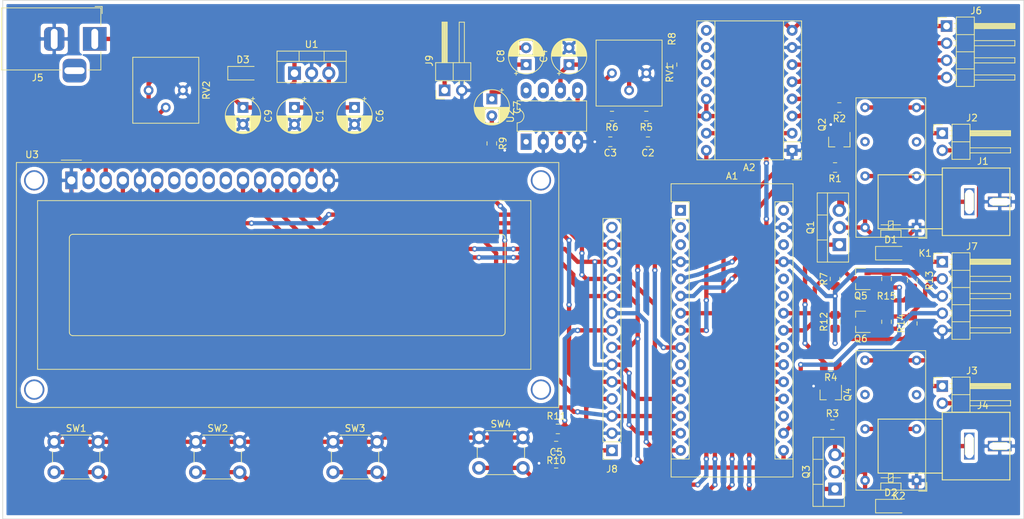
<source format=kicad_pcb>
(kicad_pcb (version 20171130) (host pcbnew 5.1.5-52549c5~84~ubuntu18.04.1)
  (layers (0 F.Cu signal) (31 B.Cu signal) (34 B.Paste user) (35 F.Paste user) (36 B.SilkS user) (37 F.SilkS user) (38 B.Mask user) (39 F.Mask user) (44 Edge.Cuts user))
  (net 0 "")
  (net 1 SCK)
  (net 2 SDO)
  (net 3 "Net-(A1-Pad30)")
  (net 4 SDI)
  (net 5 GNDREF)
  (net 6 CS_TFT)
  (net 7 "Net-(A1-Pad28)")
  (net 8 D_C)
  (net 9 +5V)
  (net 10 TOUCH)
  (net 11 "Net-(A1-Pad26)")
  (net 12 "Net-(A1-Pad10)")
  (net 13 "Net-(A1-Pad25)")
  (net 14 "Net-(A1-Pad9)")
  (net 15 "Net-(A1-Pad24)")
  (net 16 "Net-(A1-Pad8)")
  (net 17 "Net-(A1-Pad23)")
  (net 18 "Net-(A1-Pad7)")
  (net 19 "Net-(A1-Pad22)")
  (net 20 "Net-(A1-Pad6)")
  (net 21 "Net-(A1-Pad21)")
  (net 22 "Net-(A1-Pad5)")
  (net 23 "Net-(A1-Pad20)")
  (net 24 "Net-(A1-Pad19)")
  (net 25 "Net-(A1-Pad3)")
  (net 26 "Net-(A1-Pad18)")
  (net 27 "Net-(A1-Pad2)")
  (net 28 +3V3)
  (net 29 "Net-(A1-Pad1)")
  (net 30 +12V)
  (net 31 "Net-(A2-Pad6)")
  (net 32 "Net-(A2-Pad5)")
  (net 33 "Net-(A2-Pad12)")
  (net 34 "Net-(A2-Pad4)")
  (net 35 "Net-(A2-Pad11)")
  (net 36 "Net-(A2-Pad3)")
  (net 37 "Net-(A2-Pad10)")
  (net 38 "Net-(A2-Pad9)")
  (net 39 "Net-(C2-Pad1)")
  (net 40 "Net-(C3-Pad1)")
  (net 41 "Net-(C4-Pad1)")
  (net 42 "Net-(C7-Pad2)")
  (net 43 "Net-(C7-Pad1)")
  (net 44 "Net-(C8-Pad2)")
  (net 45 "Net-(D1-Pad1)")
  (net 46 "Net-(D2-Pad1)")
  (net 47 "Net-(J2-Pad2)")
  (net 48 "Net-(J2-Pad1)")
  (net 49 "Net-(J3-Pad2)")
  (net 50 "Net-(J3-Pad1)")
  (net 51 "Net-(J5-Pad3)")
  (net 52 "Net-(J8-Pad14)")
  (net 53 "Net-(J8-Pad8)")
  (net 54 "Net-(K1-Pad11)")
  (net 55 "Net-(K1-Pad6)")
  (net 56 "Net-(K2-Pad11)")
  (net 57 "Net-(K2-Pad6)")
  (net 58 "Net-(Q1-Pad1)")
  (net 59 "Net-(Q3-Pad1)")
  (net 60 "Net-(R6-Pad2)")
  (net 61 "Net-(R10-Pad1)")
  (net 62 "Net-(RV1-Pad2)")
  (net 63 "Net-(U2-Pad8)")
  (net 64 "Net-(U2-Pad7)")
  (net 65 "Net-(U2-Pad1)")
  (net 66 "Net-(D3-Pad2)")
  (net 67 "Net-(RV2-Pad2)")
  (net 68 "Net-(U3-Pad9)")
  (net 69 "Net-(U3-Pad10)")
  (net 70 "Net-(U3-Pad8)")
  (net 71 "Net-(U3-Pad7)")
  (net 72 "Net-(Q2-Pad1)")
  (net 73 "Net-(Q4-Pad1)")
  (net 74 "Net-(J7-Pad2)")
  (net 75 "Net-(J7-Pad1)")
  (module Button_Switch_THT:SW_PUSH_6mm_H13mm (layer F.Cu) (at 27.94 87.63)
    (fp_text reference SW1 (at 3.25 -2) (layer F.SilkS))
    (fp_text value SW_Push)
    (pad 1 thru_hole circle (at 6.5 0 90) (size 2 2) (drill 1.1) (layers *.Cu *.Mask) (net 5 GNDREF))
    (pad 2 thru_hole circle (at 6.5 4.5 90) (size 2 2) (drill 1.1) (layers *.Cu *.Mask) (net 24 "Net-(A1-Pad19)"))
    (pad 1 thru_hole circle (at 0 0 90) (size 2 2) (drill 1.1) (layers *.Cu *.Mask) (net 5 GNDREF))
    (pad 2 thru_hole circle (at 0 4.5 90) (size 2 2) (drill 1.1) (layers *.Cu *.Mask) (net 24 "Net-(A1-Pad19)"))
  )
  (module library:Kycon_KLPX-0848A-2-x (layer F.Cu) (at 159.385 52.07)
    (fp_text reference J1 (at 6 -6 180) (layer F.SilkS))
    (fp_text value SOLENOID_A)
    (pad 1 thru_hole rect (at 8.5 0) (size 3.5 1.524) (drill oval 3.2 1) (layers *.Cu *.Mask) (net 5 GNDREF))
    (pad 2 thru_hole rect (at 4 0) (size 1.524 4) (drill oval 1.2 3.6) (layers *.Cu *.Mask) (net 45 "Net-(D1-Pad1)"))
  )
  (module Button_Switch_THT:SW_PUSH_6mm_H13mm (layer F.Cu) (at 90.805 86.995)
    (fp_text reference SW4 (at 3.25 -2) (layer F.SilkS))
    (fp_text value SW_Push)
    (pad 1 thru_hole circle (at 6.5 0 90) (size 2 2) (drill 1.1) (layers *.Cu *.Mask) (net 5 GNDREF))
    (pad 2 thru_hole circle (at 6.5 4.5 90) (size 2 2) (drill 1.1) (layers *.Cu *.Mask) (net 19 "Net-(A1-Pad22)"))
    (pad 1 thru_hole circle (at 0 0 90) (size 2 2) (drill 1.1) (layers *.Cu *.Mask) (net 5 GNDREF))
    (pad 2 thru_hole circle (at 0 4.5 90) (size 2 2) (drill 1.1) (layers *.Cu *.Mask) (net 19 "Net-(A1-Pad22)"))
  )
  (module Button_Switch_THT:SW_PUSH_6mm_H13mm (layer F.Cu) (at 69.215 87.63)
    (fp_text reference SW3 (at 3.25 -2) (layer F.SilkS))
    (fp_text value SW_Push)
    (pad 1 thru_hole circle (at 6.5 0 90) (size 2 2) (drill 1.1) (layers *.Cu *.Mask) (net 5 GNDREF))
    (pad 2 thru_hole circle (at 6.5 4.5 90) (size 2 2) (drill 1.1) (layers *.Cu *.Mask) (net 21 "Net-(A1-Pad21)"))
    (pad 1 thru_hole circle (at 0 0 90) (size 2 2) (drill 1.1) (layers *.Cu *.Mask) (net 5 GNDREF))
    (pad 2 thru_hole circle (at 0 4.5 90) (size 2 2) (drill 1.1) (layers *.Cu *.Mask) (net 21 "Net-(A1-Pad21)"))
  )
  (module Button_Switch_THT:SW_PUSH_6mm_H13mm (layer F.Cu) (at 48.895 87.63)
    (fp_text reference SW2 (at 3.25 -2) (layer F.SilkS))
    (fp_text value SW_Push)
    (pad 1 thru_hole circle (at 6.5 0 90) (size 2 2) (drill 1.1) (layers *.Cu *.Mask) (net 5 GNDREF))
    (pad 2 thru_hole circle (at 6.5 4.5 90) (size 2 2) (drill 1.1) (layers *.Cu *.Mask) (net 23 "Net-(A1-Pad20)"))
    (pad 1 thru_hole circle (at 0 0 90) (size 2 2) (drill 1.1) (layers *.Cu *.Mask) (net 5 GNDREF))
    (pad 2 thru_hole circle (at 0 4.5 90) (size 2 2) (drill 1.1) (layers *.Cu *.Mask) (net 23 "Net-(A1-Pad20)"))
  )
  (module library:Kycon_KLPX-0848A-2-x (layer F.Cu) (at 159.385 88.265)
    (fp_text reference J4 (at 6 -6 180) (layer F.SilkS))
    (fp_text value SOLENOID_B)
    (pad 1 thru_hole rect (at 8.5 0) (size 3.5 1.524) (drill oval 3.2 1) (layers *.Cu *.Mask) (net 5 GNDREF))
    (pad 2 thru_hole rect (at 4 0) (size 1.524 4) (drill oval 1.2 3.6) (layers *.Cu *.Mask) (net 46 "Net-(D2-Pad1)"))
  )
  (module Capacitor_THT:CP_Radial_D5.0mm_P2.50mm (layer F.Cu) (at 92.71 36.83 270)
    (fp_text reference C7 (at 1.25 -3.75 90) (layer F.SilkS))
    (fp_text value 0.1u)
    (pad 2 thru_hole circle (at 2.5 0 270) (size 1.6 1.6) (drill 0.8) (layers *.Cu *.Mask) (net 42 "Net-(C7-Pad2)"))
    (pad 1 thru_hole rect (at 0 0 270) (size 1.6 1.6) (drill 0.8) (layers *.Cu *.Mask) (net 43 "Net-(C7-Pad1)"))
  )
  (module Resistor_SMD:R_0805_2012Metric_Pad1.15x1.40mm_HandSolder (layer F.Cu) (at 151.13 69.85 90)
    (fp_text reference R16 hide)
    (fp_text value 1.47K)
    (pad 2 smd roundrect (at 1.025 0 90) (size 1.15 1.4) (layers F.Cu F.Paste F.Mask) (roundrect_rratio 0.217391) (net 74 "Net-(J7-Pad2)"))
    (pad 1 smd roundrect (at -1.025 0 90) (size 1.15 1.4) (layers F.Cu F.Paste F.Mask) (roundrect_rratio 0.217391) (net 28 +3V3))
  )
  (module Resistor_SMD:R_0805_2012Metric_Pad1.15x1.40mm_HandSolder (layer F.Cu) (at 151.13 63.5 90)
    (fp_text reference R15 (at -2.54 0 180) (layer F.SilkS))
    (fp_text value 1.47K)
    (pad 2 smd roundrect (at 1.025 0 90) (size 1.15 1.4) (layers F.Cu F.Paste F.Mask) (roundrect_rratio 0.217391) (net 75 "Net-(J7-Pad1)"))
    (pad 1 smd roundrect (at -1.025 0 90) (size 1.15 1.4) (layers F.Cu F.Paste F.Mask) (roundrect_rratio 0.217391) (net 28 +3V3))
  )
  (module Resistor_SMD:R_0805_2012Metric_Pad1.15x1.40mm_HandSolder (layer F.Cu) (at 154.94 70.095 90)
    (fp_text reference R14 (at 0 -1.65 90) (layer F.SilkS))
    (fp_text value 1)
    (pad 2 smd roundrect (at 1.025 0 90) (size 1.15 1.4) (layers F.Cu F.Paste F.Mask) (roundrect_rratio 0.217391) (net 74 "Net-(J7-Pad2)"))
    (pad 1 smd roundrect (at -1.025 0 90) (size 1.15 1.4) (layers F.Cu F.Paste F.Mask) (roundrect_rratio 0.217391) (net 17 "Net-(A1-Pad23)"))
  )
  (module Resistor_SMD:R_0805_2012Metric_Pad1.15x1.40mm_HandSolder (layer F.Cu) (at 154.94 63.745 90)
    (fp_text reference R13 (at 0 2.54 90) (layer F.SilkS))
    (fp_text value 1)
    (pad 2 smd roundrect (at 1.025 0 90) (size 1.15 1.4) (layers F.Cu F.Paste F.Mask) (roundrect_rratio 0.217391) (net 75 "Net-(J7-Pad1)"))
    (pad 1 smd roundrect (at -1.025 0 90) (size 1.15 1.4) (layers F.Cu F.Paste F.Mask) (roundrect_rratio 0.217391) (net 15 "Net-(A1-Pad24)"))
  )
  (module Resistor_SMD:R_0805_2012Metric_Pad1.15x1.40mm_HandSolder (layer F.Cu) (at 143.51 69.85 90)
    (fp_text reference R12 (at 0 -1.65 90) (layer F.SilkS))
    (fp_text value 1.96K)
    (pad 2 smd roundrect (at 1.025 0 90) (size 1.15 1.4) (layers F.Cu F.Paste F.Mask) (roundrect_rratio 0.217391) (net 17 "Net-(A1-Pad23)"))
    (pad 1 smd roundrect (at -1.025 0 90) (size 1.15 1.4) (layers F.Cu F.Paste F.Mask) (roundrect_rratio 0.217391) (net 9 +5V))
  )
  (module Resistor_SMD:R_0805_2012Metric_Pad1.15x1.40mm_HandSolder (layer F.Cu) (at 143.51 63.5 90)
    (fp_text reference R7 (at 0 -1.65 90) (layer F.SilkS))
    (fp_text value 1.96K)
    (pad 2 smd roundrect (at 1.025 0 90) (size 1.15 1.4) (layers F.Cu F.Paste F.Mask) (roundrect_rratio 0.217391) (net 15 "Net-(A1-Pad24)"))
    (pad 1 smd roundrect (at -1.025 0 90) (size 1.15 1.4) (layers F.Cu F.Paste F.Mask) (roundrect_rratio 0.217391) (net 9 +5V))
  )
  (module Package_TO_SOT_SMD:SOT-23 (layer F.Cu) (at 147.32 69.85 180)
    (fp_text reference Q6 (at 0 -2.5) (layer F.SilkS))
    (fp_text value BSS138)
    (pad 3 smd rect (at 1 0 180) (size 0.9 0.8) (layers F.Cu F.Paste F.Mask) (net 17 "Net-(A1-Pad23)"))
    (pad 2 smd rect (at -1 0.95 180) (size 0.9 0.8) (layers F.Cu F.Paste F.Mask) (net 74 "Net-(J7-Pad2)"))
    (pad 1 smd rect (at -1 -0.95 180) (size 0.9 0.8) (layers F.Cu F.Paste F.Mask) (net 28 +3V3))
  )
  (module Package_TO_SOT_SMD:SOT-23 (layer F.Cu) (at 147.32 63.5 180)
    (fp_text reference Q5 (at 0 -2.5) (layer F.SilkS))
    (fp_text value BSS138)
    (pad 3 smd rect (at 1 0 180) (size 0.9 0.8) (layers F.Cu F.Paste F.Mask) (net 15 "Net-(A1-Pad24)"))
    (pad 2 smd rect (at -1 0.95 180) (size 0.9 0.8) (layers F.Cu F.Paste F.Mask) (net 75 "Net-(J7-Pad1)"))
    (pad 1 smd rect (at -1 -0.95 180) (size 0.9 0.8) (layers F.Cu F.Paste F.Mask) (net 28 +3V3))
  )
  (module Capacitor_THT:CP_Radial_D5.0mm_P2.50mm (layer F.Cu) (at 72.39 38.1 270)
    (fp_text reference C6 (at 1.25 -3.75 90) (layer F.SilkS))
    (fp_text value 47u)
    (pad 2 thru_hole circle (at 2.5 0 270) (size 1.6 1.6) (drill 0.8) (layers *.Cu *.Mask) (net 5 GNDREF))
    (pad 1 thru_hole rect (at 0 0 270) (size 1.6 1.6) (drill 0.8) (layers *.Cu *.Mask) (net 9 +5V))
  )
  (module Display:WC1602A (layer F.Cu) (at 30.48 48.895)
    (fp_text reference U3 (at -5.82 -3.81) (layer F.SilkS))
    (fp_text value 20x4_LCD)
    (pad "" thru_hole circle (at 69.5 0) (size 3 3) (drill 2.5) (layers *.Cu *.Mask))
    (pad "" thru_hole circle (at 69.49948 31.0007) (size 3 3) (drill 2.5) (layers *.Cu *.Mask))
    (pad "" thru_hole circle (at -5.4991 31.0007) (size 3 3) (drill 2.5) (layers *.Cu *.Mask))
    (pad "" thru_hole circle (at -5.4991 0) (size 3 3) (drill 2.5) (layers *.Cu *.Mask))
    (pad 16 thru_hole oval (at 38.1 0) (size 1.8 2.6) (drill 1.2) (layers *.Cu *.Mask) (net 5 GNDREF))
    (pad 15 thru_hole oval (at 35.56 0) (size 1.8 2.6) (drill 1.2) (layers *.Cu *.Mask) (net 9 +5V))
    (pad 14 thru_hole oval (at 33.02 0) (size 1.8 2.6) (drill 1.2) (layers *.Cu *.Mask) (net 10 TOUCH))
    (pad 13 thru_hole oval (at 30.48 0) (size 1.8 2.6) (drill 1.2) (layers *.Cu *.Mask) (net 8 D_C))
    (pad 12 thru_hole oval (at 27.94 0) (size 1.8 2.6) (drill 1.2) (layers *.Cu *.Mask) (net 6 CS_TFT))
    (pad 11 thru_hole oval (at 25.4 0) (size 1.8 2.6) (drill 1.2) (layers *.Cu *.Mask) (net 4 SDI))
    (pad 10 thru_hole oval (at 22.86 0) (size 1.8 2.6) (drill 1.2) (layers *.Cu *.Mask) (net 69 "Net-(U3-Pad10)"))
    (pad 9 thru_hole oval (at 20.32 0) (size 1.8 2.6) (drill 1.2) (layers *.Cu *.Mask) (net 68 "Net-(U3-Pad9)"))
    (pad 8 thru_hole oval (at 17.78 0) (size 1.8 2.6) (drill 1.2) (layers *.Cu *.Mask) (net 70 "Net-(U3-Pad8)"))
    (pad 7 thru_hole oval (at 15.24 0) (size 1.8 2.6) (drill 1.2) (layers *.Cu *.Mask) (net 71 "Net-(U3-Pad7)"))
    (pad 6 thru_hole oval (at 12.7 0) (size 1.8 2.6) (drill 1.2) (layers *.Cu *.Mask) (net 2 SDO))
    (pad 5 thru_hole oval (at 10.16 0) (size 1.8 2.6) (drill 1.2) (layers *.Cu *.Mask) (net 5 GNDREF))
    (pad 4 thru_hole oval (at 7.62 0) (size 1.8 2.6) (drill 1.2) (layers *.Cu *.Mask) (net 1 SCK))
    (pad 3 thru_hole oval (at 5.08 0) (size 1.8 2.6) (drill 1.2) (layers *.Cu *.Mask) (net 67 "Net-(RV2-Pad2)"))
    (pad 2 thru_hole oval (at 2.54 0) (size 1.8 2.6) (drill 1.2) (layers *.Cu *.Mask) (net 9 +5V))
    (pad 1 thru_hole rect (at 0 0) (size 1.8 2.6) (drill 1.2) (layers *.Cu *.Mask) (net 5 GNDREF))
  )
  (module Module:Arduino_Nano (layer F.Cu) (at 120.65 53.34)
    (fp_text reference A1 (at 7.62 -5.08) (layer F.SilkS))
    (fp_text value Arduino_Nano_v3.x)
    (pad 16 thru_hole oval (at 15.24 35.56) (size 1.6 1.6) (drill 0.8) (layers *.Cu *.Mask) (net 1 SCK))
    (pad 15 thru_hole oval (at 0 35.56) (size 1.6 1.6) (drill 0.8) (layers *.Cu *.Mask) (net 2 SDO))
    (pad 30 thru_hole oval (at 15.24 0) (size 1.6 1.6) (drill 0.8) (layers *.Cu *.Mask) (net 3 "Net-(A1-Pad30)"))
    (pad 14 thru_hole oval (at 0 33.02) (size 1.6 1.6) (drill 0.8) (layers *.Cu *.Mask) (net 4 SDI))
    (pad 29 thru_hole oval (at 15.24 2.54) (size 1.6 1.6) (drill 0.8) (layers *.Cu *.Mask) (net 5 GNDREF))
    (pad 13 thru_hole oval (at 0 30.48) (size 1.6 1.6) (drill 0.8) (layers *.Cu *.Mask) (net 6 CS_TFT))
    (pad 28 thru_hole oval (at 15.24 5.08) (size 1.6 1.6) (drill 0.8) (layers *.Cu *.Mask) (net 7 "Net-(A1-Pad28)"))
    (pad 12 thru_hole oval (at 0 27.94) (size 1.6 1.6) (drill 0.8) (layers *.Cu *.Mask) (net 8 D_C))
    (pad 27 thru_hole oval (at 15.24 7.62) (size 1.6 1.6) (drill 0.8) (layers *.Cu *.Mask) (net 9 +5V))
    (pad 11 thru_hole oval (at 0 25.4) (size 1.6 1.6) (drill 0.8) (layers *.Cu *.Mask) (net 10 TOUCH))
    (pad 26 thru_hole oval (at 15.24 10.16) (size 1.6 1.6) (drill 0.8) (layers *.Cu *.Mask) (net 11 "Net-(A1-Pad26)"))
    (pad 10 thru_hole oval (at 0 22.86) (size 1.6 1.6) (drill 0.8) (layers *.Cu *.Mask) (net 12 "Net-(A1-Pad10)"))
    (pad 25 thru_hole oval (at 15.24 12.7) (size 1.6 1.6) (drill 0.8) (layers *.Cu *.Mask) (net 13 "Net-(A1-Pad25)"))
    (pad 9 thru_hole oval (at 0 20.32) (size 1.6 1.6) (drill 0.8) (layers *.Cu *.Mask) (net 14 "Net-(A1-Pad9)"))
    (pad 24 thru_hole oval (at 15.24 15.24) (size 1.6 1.6) (drill 0.8) (layers *.Cu *.Mask) (net 15 "Net-(A1-Pad24)"))
    (pad 8 thru_hole oval (at 0 17.78) (size 1.6 1.6) (drill 0.8) (layers *.Cu *.Mask) (net 16 "Net-(A1-Pad8)"))
    (pad 23 thru_hole oval (at 15.24 17.78) (size 1.6 1.6) (drill 0.8) (layers *.Cu *.Mask) (net 17 "Net-(A1-Pad23)"))
    (pad 7 thru_hole oval (at 0 15.24) (size 1.6 1.6) (drill 0.8) (layers *.Cu *.Mask) (net 18 "Net-(A1-Pad7)"))
    (pad 22 thru_hole oval (at 15.24 20.32) (size 1.6 1.6) (drill 0.8) (layers *.Cu *.Mask) (net 19 "Net-(A1-Pad22)"))
    (pad 6 thru_hole oval (at 0 12.7) (size 1.6 1.6) (drill 0.8) (layers *.Cu *.Mask) (net 20 "Net-(A1-Pad6)"))
    (pad 21 thru_hole oval (at 15.24 22.86) (size 1.6 1.6) (drill 0.8) (layers *.Cu *.Mask) (net 21 "Net-(A1-Pad21)"))
    (pad 5 thru_hole oval (at 0 10.16) (size 1.6 1.6) (drill 0.8) (layers *.Cu *.Mask) (net 22 "Net-(A1-Pad5)"))
    (pad 20 thru_hole oval (at 15.24 25.4) (size 1.6 1.6) (drill 0.8) (layers *.Cu *.Mask) (net 23 "Net-(A1-Pad20)"))
    (pad 4 thru_hole oval (at 0 7.62) (size 1.6 1.6) (drill 0.8) (layers *.Cu *.Mask) (net 5 GNDREF))
    (pad 19 thru_hole oval (at 15.24 27.94) (size 1.6 1.6) (drill 0.8) (layers *.Cu *.Mask) (net 24 "Net-(A1-Pad19)"))
    (pad 3 thru_hole oval (at 0 5.08) (size 1.6 1.6) (drill 0.8) (layers *.Cu *.Mask) (net 25 "Net-(A1-Pad3)"))
    (pad 18 thru_hole oval (at 15.24 30.48) (size 1.6 1.6) (drill 0.8) (layers *.Cu *.Mask) (net 26 "Net-(A1-Pad18)"))
    (pad 2 thru_hole oval (at 0 2.54) (size 1.6 1.6) (drill 0.8) (layers *.Cu *.Mask) (net 27 "Net-(A1-Pad2)"))
    (pad 17 thru_hole oval (at 15.24 33.02) (size 1.6 1.6) (drill 0.8) (layers *.Cu *.Mask) (net 28 +3V3))
    (pad 1 thru_hole rect (at 0 0) (size 1.6 1.6) (drill 0.8) (layers *.Cu *.Mask) (net 29 "Net-(A1-Pad1)"))
  )
  (module Package_TO_SOT_SMD:SOT-23 (layer F.Cu) (at 142.875 80.645 270)
    (fp_text reference Q4 (at 0 -2.5 90) (layer F.SilkS))
    (fp_text value MMBT3904)
    (pad 3 smd rect (at 1 0 270) (size 0.9 0.8) (layers F.Cu F.Paste F.Mask) (net 59 "Net-(Q3-Pad1)"))
    (pad 2 smd rect (at -1 0.95 270) (size 0.9 0.8) (layers F.Cu F.Paste F.Mask) (net 5 GNDREF))
    (pad 1 smd rect (at -1 -0.95 270) (size 0.9 0.8) (layers F.Cu F.Paste F.Mask) (net 73 "Net-(Q4-Pad1)"))
  )
  (module Relay_THT:Relay_DPDT_Omron_G5V-2 (layer F.Cu) (at 155.575 55.88 180)
    (fp_text reference K1 (at -1.27 -3.81) (layer F.SilkS))
    (fp_text value G5V-2)
    (pad 13 thru_hole circle (at 7.62 7.62 180) (size 1.4 1.4) (drill 0.7) (layers *.Cu *.Mask) (net 48 "Net-(J2-Pad1)"))
    (pad 9 thru_hole circle (at 7.63 17.79 180) (size 1.4 1.4) (drill 0.7) (layers *.Cu *.Mask) (net 47 "Net-(J2-Pad2)"))
    (pad 11 thru_hole circle (at 7.63 12.71 180) (size 1.4 1.4) (drill 0.7) (layers *.Cu *.Mask) (net 54 "Net-(K1-Pad11)"))
    (pad 4 thru_hole circle (at 0 7.62 180) (size 1.4 1.4) (drill 0.7) (layers *.Cu *.Mask) (net 48 "Net-(J2-Pad1)"))
    (pad 8 thru_hole circle (at 0 17.78 180) (size 1.4 1.4) (drill 0.7) (layers *.Cu *.Mask) (net 47 "Net-(J2-Pad2)"))
    (pad 6 thru_hole circle (at 0 12.69 180) (size 1.4 1.4) (drill 0.7) (layers *.Cu *.Mask) (net 55 "Net-(K1-Pad6)"))
    (pad 16 thru_hole circle (at 7.62 0 180) (size 1.4 1.4) (drill 0.7) (layers *.Cu *.Mask) (net 45 "Net-(D1-Pad1)"))
    (pad 1 thru_hole rect (at 0 0 180) (size 1.4 1.4) (drill 0.7) (layers *.Cu *.Mask) (net 5 GNDREF))
  )
  (module Resistor_SMD:R_0805_2012Metric_Pad1.15x1.40mm_HandSolder (layer F.Cu) (at 143.51 46.99 180)
    (fp_text reference R1 (at 0 -1.65) (layer F.SilkS))
    (fp_text value 4.7K)
    (pad 2 smd roundrect (at 1.025 0 180) (size 1.15 1.4) (layers F.Cu F.Paste F.Mask) (roundrect_rratio 0.217391) (net 58 "Net-(Q1-Pad1)"))
    (pad 1 smd roundrect (at -1.025 0 180) (size 1.15 1.4) (layers F.Cu F.Paste F.Mask) (roundrect_rratio 0.217391) (net 30 +12V))
  )
  (module Diode_SMD:D_SOD-123 (layer F.Cu) (at 151.765 59.69)
    (fp_text reference D1 (at 0 -2) (layer F.SilkS))
    (fp_text value 1N4007)
    (pad 2 smd rect (at 1.65 0) (size 0.9 1.2) (layers F.Cu F.Paste F.Mask) (net 5 GNDREF))
    (pad 1 smd rect (at -1.65 0) (size 0.9 1.2) (layers F.Cu F.Paste F.Mask) (net 45 "Net-(D1-Pad1)"))
  )
  (module Package_TO_SOT_THT:TO-220-3_Vertical (layer F.Cu) (at 144.145 58.42 90)
    (fp_text reference Q1 (at 2.54 -4.27 90) (layer F.SilkS))
    (fp_text value IRF4905)
    (pad 3 thru_hole oval (at 5.08 0 90) (size 1.905 2) (drill 1.1) (layers *.Cu *.Mask) (net 30 +12V))
    (pad 2 thru_hole oval (at 2.54 0 90) (size 1.905 2) (drill 1.1) (layers *.Cu *.Mask) (net 45 "Net-(D1-Pad1)"))
    (pad 1 thru_hole rect (at 0 0 90) (size 1.905 2) (drill 1.1) (layers *.Cu *.Mask) (net 58 "Net-(Q1-Pad1)"))
  )
  (module Resistor_SMD:R_0805_2012Metric_Pad1.15x1.40mm_HandSolder (layer F.Cu) (at 142.875 76.445 180)
    (fp_text reference R4 (at 0 -1.65) (layer F.SilkS))
    (fp_text value 4.7K)
    (pad 2 smd roundrect (at 1.025 0 180) (size 1.15 1.4) (layers F.Cu F.Paste F.Mask) (roundrect_rratio 0.217391) (net 20 "Net-(A1-Pad6)"))
    (pad 1 smd roundrect (at -1.025 0 180) (size 1.15 1.4) (layers F.Cu F.Paste F.Mask) (roundrect_rratio 0.217391) (net 73 "Net-(Q4-Pad1)"))
  )
  (module Resistor_SMD:R_0805_2012Metric_Pad1.15x1.40mm_HandSolder (layer F.Cu) (at 143.12 85.09)
    (fp_text reference R3 (at 0 -1.65) (layer F.SilkS))
    (fp_text value 4.7K)
    (pad 2 smd roundrect (at 1.025 0) (size 1.15 1.4) (layers F.Cu F.Paste F.Mask) (roundrect_rratio 0.217391) (net 59 "Net-(Q3-Pad1)"))
    (pad 1 smd roundrect (at -1.025 0) (size 1.15 1.4) (layers F.Cu F.Paste F.Mask) (roundrect_rratio 0.217391) (net 30 +12V))
  )
  (module Connector_PinHeader_2.54mm:PinHeader_1x02_P2.54mm_Horizontal (layer F.Cu) (at 159.385 41.91)
    (fp_text reference J2 (at 4.385 -2.27) (layer F.SilkS))
    (fp_text value SWITCH_A)
    (pad 2 thru_hole oval (at 0 2.54) (size 1.7 1.7) (drill 1) (layers *.Cu *.Mask) (net 47 "Net-(J2-Pad2)"))
    (pad 1 thru_hole rect (at 0 0) (size 1.7 1.7) (drill 1) (layers *.Cu *.Mask) (net 48 "Net-(J2-Pad1)"))
  )
  (module Resistor_SMD:R_0805_2012Metric_Pad1.15x1.40mm_HandSolder (layer F.Cu) (at 144.145 38.1 180)
    (fp_text reference R2 (at 0 -1.65) (layer F.SilkS))
    (fp_text value 4.7K)
    (pad 2 smd roundrect (at 1.025 0 180) (size 1.15 1.4) (layers F.Cu F.Paste F.Mask) (roundrect_rratio 0.217391) (net 22 "Net-(A1-Pad5)"))
    (pad 1 smd roundrect (at -1.025 0 180) (size 1.15 1.4) (layers F.Cu F.Paste F.Mask) (roundrect_rratio 0.217391) (net 72 "Net-(Q2-Pad1)"))
  )
  (module Relay_THT:Relay_DPDT_Omron_G5V-2 (layer F.Cu) (at 155.575 93.345 180)
    (fp_text reference K2 (at 2.6 -2.3) (layer F.SilkS))
    (fp_text value G5V-2)
    (pad 13 thru_hole circle (at 7.62 7.62 180) (size 1.4 1.4) (drill 0.7) (layers *.Cu *.Mask) (net 50 "Net-(J3-Pad1)"))
    (pad 9 thru_hole circle (at 7.63 17.79 180) (size 1.4 1.4) (drill 0.7) (layers *.Cu *.Mask) (net 49 "Net-(J3-Pad2)"))
    (pad 11 thru_hole circle (at 7.63 12.71 180) (size 1.4 1.4) (drill 0.7) (layers *.Cu *.Mask) (net 56 "Net-(K2-Pad11)"))
    (pad 4 thru_hole circle (at 0 7.62 180) (size 1.4 1.4) (drill 0.7) (layers *.Cu *.Mask) (net 50 "Net-(J3-Pad1)"))
    (pad 8 thru_hole circle (at 0 17.78 180) (size 1.4 1.4) (drill 0.7) (layers *.Cu *.Mask) (net 49 "Net-(J3-Pad2)"))
    (pad 6 thru_hole circle (at 0 12.69 180) (size 1.4 1.4) (drill 0.7) (layers *.Cu *.Mask) (net 57 "Net-(K2-Pad6)"))
    (pad 16 thru_hole circle (at 7.62 0 180) (size 1.4 1.4) (drill 0.7) (layers *.Cu *.Mask) (net 46 "Net-(D2-Pad1)"))
    (pad 1 thru_hole rect (at 0 0 180) (size 1.4 1.4) (drill 0.7) (layers *.Cu *.Mask) (net 5 GNDREF))
  )
  (module Connector_PinHeader_2.54mm:PinHeader_1x02_P2.54mm_Horizontal (layer F.Cu) (at 159.385 79.375)
    (fp_text reference J3 (at 4.385 -2.27) (layer F.SilkS))
    (fp_text value SWITCH_B)
    (pad 2 thru_hole oval (at 0 2.54) (size 1.7 1.7) (drill 1) (layers *.Cu *.Mask) (net 49 "Net-(J3-Pad2)"))
    (pad 1 thru_hole rect (at 0 0) (size 1.7 1.7) (drill 1) (layers *.Cu *.Mask) (net 50 "Net-(J3-Pad1)"))
  )
  (module Connector_PinHeader_2.54mm:PinHeader_1x04_P2.54mm_Horizontal (layer F.Cu) (at 160.02 26.035)
    (fp_text reference J6 (at 4.385 -2.27) (layer F.SilkS))
    (fp_text value STEPPER)
    (pad 4 thru_hole oval (at 0 7.62) (size 1.7 1.7) (drill 1) (layers *.Cu *.Mask) (net 36 "Net-(A2-Pad3)"))
    (pad 3 thru_hole oval (at 0 5.08) (size 1.7 1.7) (drill 1) (layers *.Cu *.Mask) (net 34 "Net-(A2-Pad4)"))
    (pad 2 thru_hole oval (at 0 2.54) (size 1.7 1.7) (drill 1) (layers *.Cu *.Mask) (net 32 "Net-(A2-Pad5)"))
    (pad 1 thru_hole rect (at 0 0) (size 1.7 1.7) (drill 1) (layers *.Cu *.Mask) (net 31 "Net-(A2-Pad6)"))
  )
  (module Connector_PinHeader_2.54mm:PinHeader_1x05_P2.54mm_Horizontal (layer F.Cu) (at 159.385 60.96)
    (fp_text reference J7 (at 4.385 -2.27) (layer F.SilkS))
    (fp_text value PRESSURE_SENSOR)
    (pad 5 thru_hole oval (at 0 10.16) (size 1.7 1.7) (drill 1) (layers *.Cu *.Mask) (net 5 GNDREF))
    (pad 4 thru_hole oval (at 0 7.62) (size 1.7 1.7) (drill 1) (layers *.Cu *.Mask) (net 28 +3V3))
    (pad 3 thru_hole oval (at 0 5.08) (size 1.7 1.7) (drill 1) (layers *.Cu *.Mask) (net 9 +5V))
    (pad 2 thru_hole oval (at 0 2.54) (size 1.7 1.7) (drill 1) (layers *.Cu *.Mask) (net 74 "Net-(J7-Pad2)"))
    (pad 1 thru_hole rect (at 0 0) (size 1.7 1.7) (drill 1) (layers *.Cu *.Mask) (net 75 "Net-(J7-Pad1)"))
  )
  (module Package_TO_SOT_THT:TO-220-3_Vertical (layer F.Cu) (at 143.51 94.615 90)
    (fp_text reference Q3 (at 2.54 -4.27 90) (layer F.SilkS))
    (fp_text value IRF4905)
    (pad 3 thru_hole oval (at 5.08 0 90) (size 1.905 2) (drill 1.1) (layers *.Cu *.Mask) (net 30 +12V))
    (pad 2 thru_hole oval (at 2.54 0 90) (size 1.905 2) (drill 1.1) (layers *.Cu *.Mask) (net 46 "Net-(D2-Pad1)"))
    (pad 1 thru_hole rect (at 0 0 90) (size 1.905 2) (drill 1.1) (layers *.Cu *.Mask) (net 59 "Net-(Q3-Pad1)"))
  )
  (module Package_TO_SOT_SMD:SOT-23 (layer F.Cu) (at 144.145 43.18 270)
    (fp_text reference Q2 (at -2.54 2.54 90) (layer F.SilkS))
    (fp_text value MMBT3904)
    (pad 3 smd rect (at 1 0 270) (size 0.9 0.8) (layers F.Cu F.Paste F.Mask) (net 58 "Net-(Q1-Pad1)"))
    (pad 2 smd rect (at -1 0.95 270) (size 0.9 0.8) (layers F.Cu F.Paste F.Mask) (net 5 GNDREF))
    (pad 1 smd rect (at -1 -0.95 270) (size 0.9 0.8) (layers F.Cu F.Paste F.Mask) (net 72 "Net-(Q2-Pad1)"))
  )
  (module Diode_SMD:D_SOD-123 (layer F.Cu) (at 151.765 97.155)
    (fp_text reference D2 (at 0 -2) (layer F.SilkS))
    (fp_text value 1N4007)
    (pad 2 smd rect (at 1.65 0) (size 0.9 1.2) (layers F.Cu F.Paste F.Mask) (net 5 GNDREF))
    (pad 1 smd rect (at -1.65 0) (size 0.9 1.2) (layers F.Cu F.Paste F.Mask) (net 46 "Net-(D2-Pad1)"))
  )
  (module Diode_SMD:D_SOD-123 (layer F.Cu) (at 55.88 33.02)
    (fp_text reference D3 (at 0 -2) (layer F.SilkS))
    (fp_text value 1N4007)
    (pad 2 smd rect (at 1.65 0) (size 0.9 1.2) (layers F.Cu F.Paste F.Mask) (net 66 "Net-(D3-Pad2)"))
    (pad 1 smd rect (at -1.65 0) (size 0.9 1.2) (layers F.Cu F.Paste F.Mask) (net 30 +12V))
  )
  (module Capacitor_THT:CP_Radial_D5.0mm_P2.50mm (layer F.Cu) (at 97.79 31.75 90)
    (fp_text reference C8 (at 1.25 -3.75 90) (layer F.SilkS))
    (fp_text value 47u)
    (pad 2 thru_hole circle (at 2.5 0 90) (size 1.6 1.6) (drill 0.8) (layers *.Cu *.Mask) (net 44 "Net-(C8-Pad2)"))
    (pad 1 thru_hole rect (at 0 0 90) (size 1.6 1.6) (drill 0.8) (layers *.Cu *.Mask) (net 43 "Net-(C7-Pad1)"))
  )
  (module Potentiometer_THT:Potentiometer_Bourns_3386P_Vertical (layer F.Cu) (at 41.91 35.56 270)
    (fp_text reference RV2 (at -0.015 -8.555 90) (layer F.SilkS))
    (fp_text value 10K)
    (pad 1 thru_hole circle (at 0 0 270) (size 1.44 1.44) (drill 0.8) (layers *.Cu *.Mask) (net 9 +5V))
    (pad 2 thru_hole circle (at 2.54 -2.54 270) (size 1.44 1.44) (drill 0.8) (layers *.Cu *.Mask) (net 67 "Net-(RV2-Pad2)"))
    (pad 3 thru_hole circle (at 0 -5.08 270) (size 1.44 1.44) (drill 0.8) (layers *.Cu *.Mask) (net 5 GNDREF))
  )
  (module Capacitor_THT:CP_Radial_D5.0mm_P2.50mm (layer F.Cu) (at 55.88 38.1 270)
    (fp_text reference C9 (at 1.25 -3.75 90) (layer F.SilkS))
    (fp_text value 47u)
    (pad 2 thru_hole circle (at 2.5 0 270) (size 1.6 1.6) (drill 0.8) (layers *.Cu *.Mask) (net 5 GNDREF))
    (pad 1 thru_hole rect (at 0 0 270) (size 1.6 1.6) (drill 0.8) (layers *.Cu *.Mask) (net 30 +12V))
  )
  (module Connector_BarrelJack:BarrelJack_Horizontal (layer F.Cu) (at 33.94 27.94)
    (fp_text reference J5 (at -8.45 5.75) (layer F.SilkS))
    (fp_text value POWER)
    (pad 3 thru_hole roundrect (at -3 4.7) (size 3.5 3.5) (drill oval 3 1) (layers *.Cu *.Mask) (net 51 "Net-(J5-Pad3)"))
    (pad 2 thru_hole roundrect (at -6 0) (size 3 3.5) (drill oval 1 3) (layers *.Cu *.Mask) (net 5 GNDREF))
    (pad 1 thru_hole rect (at 0 0) (size 3.5 3.5) (drill oval 1 3) (layers *.Cu *.Mask) (net 66 "Net-(D3-Pad2)"))
  )
  (module Package_DIP:DIP-8_W7.62mm_LongPads (layer F.Cu) (at 97.79 43.18 90)
    (fp_text reference U2 (at 3.81 -2.33 90) (layer F.SilkS))
    (fp_text value LM386)
    (pad 8 thru_hole oval (at 7.62 0 90) (size 2.4 1.6) (drill 0.8) (layers *.Cu *.Mask) (net 63 "Net-(U2-Pad8)"))
    (pad 4 thru_hole oval (at 0 7.62 90) (size 2.4 1.6) (drill 0.8) (layers *.Cu *.Mask) (net 5 GNDREF))
    (pad 7 thru_hole oval (at 7.62 2.54 90) (size 2.4 1.6) (drill 0.8) (layers *.Cu *.Mask) (net 64 "Net-(U2-Pad7)"))
    (pad 3 thru_hole oval (at 0 5.08 90) (size 2.4 1.6) (drill 0.8) (layers *.Cu *.Mask) (net 62 "Net-(RV1-Pad2)"))
    (pad 6 thru_hole oval (at 7.62 5.08 90) (size 2.4 1.6) (drill 0.8) (layers *.Cu *.Mask) (net 41 "Net-(C4-Pad1)"))
    (pad 2 thru_hole oval (at 0 2.54 90) (size 2.4 1.6) (drill 0.8) (layers *.Cu *.Mask) (net 5 GNDREF))
    (pad 5 thru_hole oval (at 7.62 7.62 90) (size 2.4 1.6) (drill 0.8) (layers *.Cu *.Mask) (net 43 "Net-(C7-Pad1)"))
    (pad 1 thru_hole rect (at 0 0 90) (size 2.4 1.6) (drill 0.8) (layers *.Cu *.Mask) (net 65 "Net-(U2-Pad1)"))
  )
  (module Package_TO_SOT_THT:TO-220-3_Vertical (layer F.Cu) (at 63.5 33.02)
    (fp_text reference U1 (at 2.54 -4.27) (layer F.SilkS))
    (fp_text value L7805)
    (pad 3 thru_hole oval (at 5.08 0) (size 1.905 2) (drill 1.1) (layers *.Cu *.Mask) (net 9 +5V))
    (pad 2 thru_hole oval (at 2.54 0) (size 1.905 2) (drill 1.1) (layers *.Cu *.Mask) (net 5 GNDREF))
    (pad 1 thru_hole rect (at 0 0) (size 1.905 2) (drill 1.1) (layers *.Cu *.Mask) (net 30 +12V))
  )
  (module Potentiometer_THT:Potentiometer_Bourns_3386P_Vertical (layer F.Cu) (at 110.49 33.02 270)
    (fp_text reference RV1 (at -0.015 -8.555 90) (layer F.SilkS))
    (fp_text value 10K)
    (pad 1 thru_hole circle (at 0 0 270) (size 1.44 1.44) (drill 0.8) (layers *.Cu *.Mask) (net 60 "Net-(R6-Pad2)"))
    (pad 2 thru_hole circle (at 2.54 -2.54 270) (size 1.44 1.44) (drill 0.8) (layers *.Cu *.Mask) (net 62 "Net-(RV1-Pad2)"))
    (pad 3 thru_hole circle (at 0 -5.08 270) (size 1.44 1.44) (drill 0.8) (layers *.Cu *.Mask) (net 5 GNDREF))
  )
  (module Resistor_SMD:R_0805_2012Metric_Pad1.15x1.40mm_HandSolder (layer F.Cu) (at 102.48 85.725 180)
    (fp_text reference R11 (at 0.21 1.905) (layer F.SilkS))
    (fp_text value 10)
    (pad 2 smd roundrect (at 1.025 0 180) (size 1.15 1.4) (layers F.Cu F.Paste F.Mask) (roundrect_rratio 0.217391) (net 61 "Net-(R10-Pad1)"))
    (pad 1 smd roundrect (at -1.025 0 180) (size 1.15 1.4) (layers F.Cu F.Paste F.Mask) (roundrect_rratio 0.217391) (net 53 "Net-(J8-Pad8)"))
  )
  (module Resistor_SMD:R_0805_2012Metric_Pad1.15x1.40mm_HandSolder (layer F.Cu) (at 102.235 88.265)
    (fp_text reference R10 (at 0 2.13) (layer F.SilkS))
    (fp_text value 10)
    (pad 2 smd roundrect (at 1.025 0) (size 1.15 1.4) (layers F.Cu F.Paste F.Mask) (roundrect_rratio 0.217391) (net 9 +5V))
    (pad 1 smd roundrect (at -1.025 0) (size 1.15 1.4) (layers F.Cu F.Paste F.Mask) (roundrect_rratio 0.217391) (net 61 "Net-(R10-Pad1)"))
  )
  (module Resistor_SMD:R_0805_2012Metric_Pad1.15x1.40mm_HandSolder (layer F.Cu) (at 92.71 43.425 270)
    (fp_text reference R9 (at 0 -1.65 90) (layer F.SilkS))
    (fp_text value 10)
    (pad 2 smd roundrect (at 1.025 0 270) (size 1.15 1.4) (layers F.Cu F.Paste F.Mask) (roundrect_rratio 0.217391) (net 5 GNDREF))
    (pad 1 smd roundrect (at -1.025 0 270) (size 1.15 1.4) (layers F.Cu F.Paste F.Mask) (roundrect_rratio 0.217391) (net 42 "Net-(C7-Pad2)"))
  )
  (module Resistor_SMD:R_0805_2012Metric_Pad1.15x1.40mm_HandSolder (layer F.Cu) (at 119.38 31.75 90)
    (fp_text reference R8 (at 3.81 0 90) (layer F.SilkS))
    (fp_text value 10)
    (pad 2 smd roundrect (at 1.025 0 90) (size 1.15 1.4) (layers F.Cu F.Paste F.Mask) (roundrect_rratio 0.217391) (net 41 "Net-(C4-Pad1)"))
    (pad 1 smd roundrect (at -1.025 0 90) (size 1.15 1.4) (layers F.Cu F.Paste F.Mask) (roundrect_rratio 0.217391) (net 9 +5V))
  )
  (module Resistor_SMD:R_0805_2012Metric_Pad1.15x1.40mm_HandSolder (layer F.Cu) (at 110.49 39.37 180)
    (fp_text reference R6 (at 0 -1.65) (layer F.SilkS))
    (fp_text value 4.7K)
    (pad 2 smd roundrect (at 1.025 0 180) (size 1.15 1.4) (layers F.Cu F.Paste F.Mask) (roundrect_rratio 0.217391) (net 60 "Net-(R6-Pad2)"))
    (pad 1 smd roundrect (at -1.025 0 180) (size 1.15 1.4) (layers F.Cu F.Paste F.Mask) (roundrect_rratio 0.217391) (net 40 "Net-(C3-Pad1)"))
  )
  (module Resistor_SMD:R_0805_2012Metric_Pad1.15x1.40mm_HandSolder (layer F.Cu) (at 115.57 39.37 180)
    (fp_text reference R5 (at 0 -1.65) (layer F.SilkS))
    (fp_text value 4.7K)
    (pad 2 smd roundrect (at 1.025 0 180) (size 1.15 1.4) (layers F.Cu F.Paste F.Mask) (roundrect_rratio 0.217391) (net 40 "Net-(C3-Pad1)"))
    (pad 1 smd roundrect (at -1.025 0 180) (size 1.15 1.4) (layers F.Cu F.Paste F.Mask) (roundrect_rratio 0.217391) (net 39 "Net-(C2-Pad1)"))
  )
  (module Connector_PinHeader_2.54mm:PinHeader_1x02_P2.54mm_Horizontal (layer F.Cu) (at 85.725 35.56 90)
    (fp_text reference J9 (at 4.385 -2.27 90) (layer F.SilkS))
    (fp_text value SPEAKER)
    (pad 2 thru_hole oval (at 0 2.54 90) (size 1.7 1.7) (drill 1) (layers *.Cu *.Mask) (net 5 GNDREF))
    (pad 1 thru_hole rect (at 0 0 90) (size 1.7 1.7) (drill 1) (layers *.Cu *.Mask) (net 44 "Net-(C8-Pad2)"))
  )
  (module Connector_PinSocket_2.54mm:PinSocket_1x14_P2.54mm_Vertical (layer F.Cu) (at 110.49 88.9 180)
    (fp_text reference J8 (at 0 -2.77) (layer F.SilkS))
    (fp_text value TFT_DISPLAY)
    (pad 14 thru_hole oval (at 0 33.02 180) (size 1.7 1.7) (drill 1) (layers *.Cu *.Mask) (net 52 "Net-(J8-Pad14)"))
    (pad 13 thru_hole oval (at 0 30.48 180) (size 1.7 1.7) (drill 1) (layers *.Cu *.Mask) (net 2 SDO))
    (pad 12 thru_hole oval (at 0 27.94 180) (size 1.7 1.7) (drill 1) (layers *.Cu *.Mask) (net 4 SDI))
    (pad 11 thru_hole oval (at 0 25.4 180) (size 1.7 1.7) (drill 1) (layers *.Cu *.Mask) (net 10 TOUCH))
    (pad 10 thru_hole oval (at 0 22.86 180) (size 1.7 1.7) (drill 1) (layers *.Cu *.Mask) (net 1 SCK))
    (pad 9 thru_hole oval (at 0 20.32 180) (size 1.7 1.7) (drill 1) (layers *.Cu *.Mask) (net 2 SDO))
    (pad 8 thru_hole oval (at 0 17.78 180) (size 1.7 1.7) (drill 1) (layers *.Cu *.Mask) (net 53 "Net-(J8-Pad8)"))
    (pad 7 thru_hole oval (at 0 15.24 180) (size 1.7 1.7) (drill 1) (layers *.Cu *.Mask) (net 1 SCK))
    (pad 6 thru_hole oval (at 0 12.7 180) (size 1.7 1.7) (drill 1) (layers *.Cu *.Mask) (net 4 SDI))
    (pad 5 thru_hole oval (at 0 10.16 180) (size 1.7 1.7) (drill 1) (layers *.Cu *.Mask) (net 8 D_C))
    (pad 4 thru_hole oval (at 0 7.62 180) (size 1.7 1.7) (drill 1) (layers *.Cu *.Mask) (net 9 +5V))
    (pad 3 thru_hole oval (at 0 5.08 180) (size 1.7 1.7) (drill 1) (layers *.Cu *.Mask) (net 6 CS_TFT))
    (pad 2 thru_hole oval (at 0 2.54 180) (size 1.7 1.7) (drill 1) (layers *.Cu *.Mask) (net 5 GNDREF))
    (pad 1 thru_hole rect (at 0 0 180) (size 1.7 1.7) (drill 1) (layers *.Cu *.Mask) (net 9 +5V))
  )
  (module Capacitor_SMD:C_0805_2012Metric_Pad1.15x1.40mm_HandSolder (layer F.Cu) (at 102.235 90.805)
    (fp_text reference C5 (at 0 -1.65) (layer F.SilkS))
    (fp_text value 0.1u)
    (pad 2 smd roundrect (at 1.025 0) (size 1.15 1.4) (layers F.Cu F.Paste F.Mask) (roundrect_rratio 0.217391) (net 9 +5V))
    (pad 1 smd roundrect (at -1.025 0) (size 1.15 1.4) (layers F.Cu F.Paste F.Mask) (roundrect_rratio 0.217391) (net 5 GNDREF))
  )
  (module Capacitor_THT:CP_Radial_D5.0mm_P2.50mm (layer F.Cu) (at 104.14 31.75 90)
    (fp_text reference C4 (at 1.25 -3.75 90) (layer F.SilkS))
    (fp_text value 47u)
    (pad 2 thru_hole circle (at 2.5 0 90) (size 1.6 1.6) (drill 0.8) (layers *.Cu *.Mask) (net 5 GNDREF))
    (pad 1 thru_hole rect (at 0 0 90) (size 1.6 1.6) (drill 0.8) (layers *.Cu *.Mask) (net 41 "Net-(C4-Pad1)"))
  )
  (module Capacitor_SMD:C_0805_2012Metric_Pad1.15x1.40mm_HandSolder (layer F.Cu) (at 110.245 43.18 180)
    (fp_text reference C3 (at 0 -1.65) (layer F.SilkS))
    (fp_text value 0.1u)
    (pad 2 smd roundrect (at 1.025 0 180) (size 1.15 1.4) (layers F.Cu F.Paste F.Mask) (roundrect_rratio 0.217391) (net 5 GNDREF))
    (pad 1 smd roundrect (at -1.025 0 180) (size 1.15 1.4) (layers F.Cu F.Paste F.Mask) (roundrect_rratio 0.217391) (net 40 "Net-(C3-Pad1)"))
  )
  (module Capacitor_SMD:C_0805_2012Metric_Pad1.15x1.40mm_HandSolder (layer F.Cu) (at 115.815 43.18 180)
    (fp_text reference C2 (at 0 -1.65) (layer F.SilkS))
    (fp_text value 0.1u)
    (pad 2 smd roundrect (at 1.025 0 180) (size 1.15 1.4) (layers F.Cu F.Paste F.Mask) (roundrect_rratio 0.217391) (net 14 "Net-(A1-Pad9)"))
    (pad 1 smd roundrect (at -1.025 0 180) (size 1.15 1.4) (layers F.Cu F.Paste F.Mask) (roundrect_rratio 0.217391) (net 39 "Net-(C2-Pad1)"))
  )
  (module Capacitor_THT:CP_Radial_D5.0mm_P2.50mm (layer F.Cu) (at 63.5 38.1 270)
    (fp_text reference C1 (at 1.25 -3.75 90) (layer F.SilkS))
    (fp_text value 47u)
    (pad 2 thru_hole circle (at 2.5 0 270) (size 1.6 1.6) (drill 0.8) (layers *.Cu *.Mask) (net 5 GNDREF))
    (pad 1 thru_hole rect (at 0 0 270) (size 1.6 1.6) (drill 0.8) (layers *.Cu *.Mask) (net 9 +5V))
  )
  (module Module:Pololu_Breakout-16_15.2x20.3mm (layer F.Cu) (at 137.16 44.45 180)
    (fp_text reference A2 (at 6.35 -2.54) (layer F.SilkS))
    (fp_text value A4988)
    (pad 16 thru_hole oval (at 12.7 0 180) (size 1.6 1.6) (drill 0.8) (layers *.Cu *.Mask) (net 16 "Net-(A1-Pad8)"))
    (pad 8 thru_hole oval (at 0 17.78 180) (size 1.6 1.6) (drill 0.8) (layers *.Cu *.Mask) (net 30 +12V))
    (pad 15 thru_hole oval (at 12.7 2.54 180) (size 1.6 1.6) (drill 0.8) (layers *.Cu *.Mask) (net 18 "Net-(A1-Pad7)"))
    (pad 7 thru_hole oval (at 0 15.24 180) (size 1.6 1.6) (drill 0.8) (layers *.Cu *.Mask) (net 5 GNDREF))
    (pad 14 thru_hole oval (at 12.7 5.08 180) (size 1.6 1.6) (drill 0.8) (layers *.Cu *.Mask) (net 9 +5V))
    (pad 6 thru_hole oval (at 0 12.7 180) (size 1.6 1.6) (drill 0.8) (layers *.Cu *.Mask) (net 31 "Net-(A2-Pad6)"))
    (pad 13 thru_hole oval (at 12.7 7.62 180) (size 1.6 1.6) (drill 0.8) (layers *.Cu *.Mask) (net 9 +5V))
    (pad 5 thru_hole oval (at 0 10.16 180) (size 1.6 1.6) (drill 0.8) (layers *.Cu *.Mask) (net 32 "Net-(A2-Pad5)"))
    (pad 12 thru_hole oval (at 12.7 10.16 180) (size 1.6 1.6) (drill 0.8) (layers *.Cu *.Mask) (net 33 "Net-(A2-Pad12)"))
    (pad 4 thru_hole oval (at 0 7.62 180) (size 1.6 1.6) (drill 0.8) (layers *.Cu *.Mask) (net 34 "Net-(A2-Pad4)"))
    (pad 11 thru_hole oval (at 12.7 12.7 180) (size 1.6 1.6) (drill 0.8) (layers *.Cu *.Mask) (net 35 "Net-(A2-Pad11)"))
    (pad 3 thru_hole oval (at 0 5.08 180) (size 1.6 1.6) (drill 0.8) (layers *.Cu *.Mask) (net 36 "Net-(A2-Pad3)"))
    (pad 10 thru_hole oval (at 12.7 15.24 180) (size 1.6 1.6) (drill 0.8) (layers *.Cu *.Mask) (net 37 "Net-(A2-Pad10)"))
    (pad 2 thru_hole oval (at 0 2.54 180) (size 1.6 1.6) (drill 0.8) (layers *.Cu *.Mask) (net 9 +5V))
    (pad 9 thru_hole oval (at 12.7 17.78 180) (size 1.6 1.6) (drill 0.8) (layers *.Cu *.Mask) (net 38 "Net-(A2-Pad9)"))
    (pad 1 thru_hole rect (at 0 0 180) (size 1.6 1.6) (drill 0.8) (layers *.Cu *.Mask) (net 5 GNDREF))
  )
  (gr_line (start 171.45 22.225) (end 171.45 99.06) (layer Edge.Cuts) (width 0.1))
  (gr_line (start 20.32 22.225) (end 171.45 22.225) (layer Edge.Cuts) (width 0.1))
  (gr_line (start 20.32 99.06) (end 20.32 22.225) (layer Edge.Cuts) (width 0.1))
  (gr_line (start 171.45 99.06) (end 20.32 99.06) (layer Edge.Cuts) (width 0.1))
  (segment (start 114.3 67.31) (end 113.03 66.04) (width 0.635) (layer F.Cu) (net 1))
  (segment (start 113.03 66.04) (end 110.49 66.04) (width 0.635) (layer F.Cu) (net 1))
  (segment (start 110.49 73.66) (end 113.03 73.66) (width 0.635) (layer F.Cu) (net 1))
  (segment (start 114.3 72.39) (end 114.3 67.31) (width 0.635) (layer F.Cu) (net 1))
  (segment (start 113.03 73.66) (end 114.3 72.39) (width 0.635) (layer F.Cu) (net 1))
  (via (at 114.3 72.39) (size 0.8) (drill 0.4) (layers F.Cu B.Cu) (net 1))
  (via (at 114.3 90.17) (size 0.8) (drill 0.4) (layers F.Cu B.Cu) (net 1))
  (segment (start 114.3 72.39) (end 114.3 90.17) (width 0.635) (layer B.Cu) (net 1))
  (segment (start 114.3 90.17) (end 115.57 91.44) (width 0.635) (layer F.Cu) (net 1))
  (segment (start 135.89 90.17) (end 134.62 91.44) (width 0.635) (layer F.Cu) (net 1))
  (segment (start 135.89 88.9) (end 135.89 90.17) (width 0.635) (layer F.Cu) (net 1))
  (segment (start 115.57 91.44) (end 134.62 91.44) (width 0.635) (layer F.Cu) (net 1))
  (segment (start 38.1 50.83) (end 38.1 48.895) (width 0.635) (layer F.Cu) (net 1))
  (segment (start 47.595 60.325) (end 38.1 50.83) (width 0.635) (layer F.Cu) (net 1))
  (via (at 90.805 60.325) (size 0.8) (drill 0.4) (layers F.Cu B.Cu) (net 1))
  (segment (start 90.805 60.325) (end 47.595 60.325) (width 0.635) (layer F.Cu) (net 1))
  (segment (start 90.805 60.325) (end 95.885 60.325) (width 0.635) (layer B.Cu) (net 1))
  (via (at 95.885 60.325) (size 0.8) (drill 0.4) (layers F.Cu B.Cu) (net 1))
  (segment (start 95.885 60.325) (end 102.235 60.325) (width 0.635) (layer F.Cu) (net 1))
  (segment (start 102.235 60.325) (end 104.775 62.865) (width 0.635) (layer F.Cu) (net 1))
  (segment (start 104.775 62.865) (end 104.775 64.135) (width 0.635) (layer F.Cu) (net 1))
  (segment (start 106.68 66.04) (end 110.49 66.04) (width 0.635) (layer F.Cu) (net 1))
  (segment (start 104.775 64.135) (end 106.68 66.04) (width 0.635) (layer F.Cu) (net 1))
  (via (at 115.57 87.63) (size 0.8) (drill 0.4) (layers F.Cu B.Cu) (net 2))
  (segment (start 120.65 88.9) (end 116.84 88.9) (width 0.635) (layer F.Cu) (net 2))
  (segment (start 116.84 88.9) (end 115.57 87.63) (width 0.635) (layer F.Cu) (net 2))
  (segment (start 115.57 87.63) (end 115.57 69.85) (width 0.635) (layer B.Cu) (net 2))
  (segment (start 115.57 69.85) (end 114.3 68.58) (width 0.635) (layer B.Cu) (net 2))
  (segment (start 114.3 68.58) (end 110.49 68.58) (width 0.635) (layer B.Cu) (net 2))
  (segment (start 110.49 58.42) (end 111.76 58.42) (width 0.635) (layer F.Cu) (net 2))
  (via (at 114.3 62.23) (size 0.8) (drill 0.4) (layers F.Cu B.Cu) (net 2))
  (segment (start 111.76 58.42) (end 114.3 60.96) (width 0.635) (layer F.Cu) (net 2))
  (segment (start 114.3 60.96) (end 114.3 62.23) (width 0.635) (layer F.Cu) (net 2))
  (segment (start 114.3 62.23) (end 114.3 68.58) (width 0.635) (layer B.Cu) (net 2))
  (segment (start 47.595 55.245) (end 57.15 55.245) (width 0.635) (layer F.Cu) (net 2))
  (via (at 57.15 55.245) (size 0.8) (drill 0.4) (layers F.Cu B.Cu) (net 2))
  (segment (start 43.18 48.895) (end 43.18 50.83) (width 0.635) (layer F.Cu) (net 2))
  (segment (start 43.18 50.83) (end 47.595 55.245) (width 0.635) (layer F.Cu) (net 2))
  (via (at 68.58 53.975) (size 0.8) (drill 0.4) (layers F.Cu B.Cu) (net 2))
  (segment (start 57.15 55.245) (end 67.31 55.245) (width 0.635) (layer B.Cu) (net 2))
  (segment (start 67.31 55.245) (end 68.58 53.975) (width 0.635) (layer B.Cu) (net 2))
  (segment (start 107.315 58.42) (end 110.49 58.42) (width 0.635) (layer F.Cu) (net 2))
  (segment (start 104.775 55.88) (end 107.315 58.42) (width 0.635) (layer F.Cu) (net 2))
  (segment (start 104.775 55.245) (end 104.775 55.88) (width 0.635) (layer F.Cu) (net 2))
  (segment (start 68.58 53.975) (end 103.505 53.975) (width 0.635) (layer F.Cu) (net 2))
  (segment (start 103.505 53.975) (end 104.775 55.245) (width 0.635) (layer F.Cu) (net 2))
  (segment (start 110.49 76.2) (end 111.76 76.2) (width 0.635) (layer F.Cu) (net 4))
  (via (at 113.03 77.47) (size 0.8) (drill 0.4) (layers F.Cu B.Cu) (net 4))
  (segment (start 111.76 76.2) (end 113.03 77.47) (width 0.635) (layer F.Cu) (net 4))
  (segment (start 115.57 86.36) (end 120.65 86.36) (width 0.635) (layer F.Cu) (net 4))
  (via (at 107.95 60.96) (size 0.8) (drill 0.4) (layers F.Cu B.Cu) (net 4))
  (segment (start 110.49 60.96) (end 107.95 60.96) (width 0.635) (layer F.Cu) (net 4))
  (segment (start 107.95 60.96) (end 107.95 76.2) (width 0.635) (layer B.Cu) (net 4))
  (via (at 110.49 76.2) (size 0.8) (drill 0.4) (layers F.Cu B.Cu) (net 4))
  (segment (start 107.95 76.2) (end 110.49 76.2) (width 0.635) (layer B.Cu) (net 4))
  (segment (start 113.03 77.47) (end 113.03 85.09) (width 0.635) (layer B.Cu) (net 4))
  (via (at 113.03 85.09) (size 0.8) (drill 0.4) (layers F.Cu B.Cu) (net 4))
  (segment (start 113.03 85.09) (end 114.3 86.36) (width 0.635) (layer F.Cu) (net 4))
  (segment (start 114.3 86.36) (end 115.57 86.36) (width 0.635) (layer F.Cu) (net 4))
  (segment (start 55.88 50.83) (end 55.88 48.895) (width 0.635) (layer F.Cu) (net 4))
  (segment (start 64.105 59.055) (end 55.88 50.83) (width 0.635) (layer F.Cu) (net 4))
  (via (at 90.17 59.055) (size 0.8) (drill 0.4) (layers F.Cu B.Cu) (net 4))
  (segment (start 90.17 59.055) (end 64.105 59.055) (width 0.635) (layer F.Cu) (net 4))
  (via (at 95.885 59.055) (size 0.8) (drill 0.4) (layers F.Cu B.Cu) (net 4))
  (segment (start 90.17 59.055) (end 95.885 59.055) (width 0.635) (layer B.Cu) (net 4))
  (segment (start 95.885 59.055) (end 103.505 59.055) (width 0.635) (layer F.Cu) (net 4))
  (segment (start 105.41 60.96) (end 107.95 60.96) (width 0.635) (layer F.Cu) (net 4))
  (segment (start 103.505 59.055) (end 105.41 60.96) (width 0.635) (layer F.Cu) (net 4))
  (via (at 107.95 43.18) (size 0.8) (drill 0.4) (layers F.Cu B.Cu) (net 5))
  (segment (start 109.22 43.18) (end 107.95 43.18) (width 0.635) (layer F.Cu) (net 5))
  (segment (start 143.195 42.18) (end 143.195 40.96) (width 0.635) (layer F.Cu) (net 5))
  (segment (start 153.415 58.04) (end 155.575 55.88) (width 0.635) (layer F.Cu) (net 5))
  (segment (start 154.305 97.155) (end 155.575 95.885) (width 0.635) (layer F.Cu) (net 5))
  (segment (start 153.415 97.155) (end 154.305 97.155) (width 0.635) (layer F.Cu) (net 5))
  (segment (start 153.415 59.69) (end 153.415 58.04) (width 0.635) (layer F.Cu) (net 5))
  (segment (start 143.195 40.96) (end 142.875 40.64) (width 0.635) (layer F.Cu) (net 5))
  (via (at 142.875 40.64) (size 0.8) (drill 0.4) (layers F.Cu B.Cu) (net 5))
  (segment (start 155.575 95.885) (end 155.575 93.345) (width 0.635) (layer F.Cu) (net 5))
  (via (at 140.335 79.375) (size 0.8) (drill 0.4) (layers F.Cu B.Cu) (net 5))
  (segment (start 141.925 79.645) (end 140.605 79.645) (width 0.635) (layer F.Cu) (net 5))
  (segment (start 140.605 79.645) (end 140.335 79.375) (width 0.635) (layer F.Cu) (net 5))
  (via (at 99.695 90.805) (size 0.8) (drill 0.4) (layers F.Cu B.Cu) (net 5))
  (segment (start 101.21 90.805) (end 99.695 90.805) (width 0.635) (layer F.Cu) (net 5))
  (segment (start 97.305 86.995) (end 90.805 86.995) (width 0.635) (layer F.Cu) (net 5))
  (segment (start 76.35 86.995) (end 75.715 87.63) (width 0.635) (layer F.Cu) (net 5))
  (segment (start 90.805 86.995) (end 76.35 86.995) (width 0.635) (layer F.Cu) (net 5))
  (segment (start 75.715 87.63) (end 69.215 87.63) (width 0.635) (layer F.Cu) (net 5))
  (segment (start 69.215 87.63) (end 55.395 87.63) (width 0.635) (layer F.Cu) (net 5))
  (segment (start 55.395 87.63) (end 48.895 87.63) (width 0.635) (layer F.Cu) (net 5))
  (segment (start 48.895 87.63) (end 34.44 87.63) (width 0.635) (layer F.Cu) (net 5))
  (segment (start 27.94 87.63) (end 34.44 87.63) (width 0.635) (layer F.Cu) (net 5))
  (segment (start 30.48 85.09) (end 27.94 87.63) (width 0.635) (layer F.Cu) (net 5))
  (segment (start 30.48 48.895) (end 30.48 85.09) (width 0.635) (layer F.Cu) (net 5))
  (via (at 94.615 44.45) (size 0.8) (drill 0.4) (layers F.Cu B.Cu) (net 5))
  (segment (start 92.71 44.45) (end 94.615 44.45) (width 0.635) (layer F.Cu) (net 5))
  (segment (start 110.49 83.82) (end 120.65 83.82) (width 0.635) (layer F.Cu) (net 6))
  (segment (start 58.42 50.83) (end 58.42 48.895) (width 0.635) (layer F.Cu) (net 6))
  (segment (start 91.44 57.785) (end 65.375 57.785) (width 0.635) (layer F.Cu) (net 6))
  (segment (start 105.41 83.185) (end 110.49 83.82) (width 0.635) (layer B.Cu) (net 6))
  (segment (start 93.345 59.69) (end 91.44 57.785) (width 0.635) (layer F.Cu) (net 6))
  (segment (start 65.375 57.785) (end 58.42 50.83) (width 0.635) (layer F.Cu) (net 6))
  (via (at 105.41 83.185) (size 0.8) (drill 0.4) (layers F.Cu B.Cu) (net 6))
  (segment (start 93.345 79.375) (end 93.345 59.69) (width 0.635) (layer F.Cu) (net 6))
  (segment (start 104.209315 82.55) (end 97.155 82.55) (width 0.635) (layer F.Cu) (net 6))
  (segment (start 104.844315 83.185) (end 104.209315 82.55) (width 0.635) (layer F.Cu) (net 6))
  (segment (start 105.41 83.185) (end 104.844315 83.185) (width 0.635) (layer F.Cu) (net 6))
  (segment (start 97.155 82.55) (end 93.345 79.375) (width 0.635) (layer F.Cu) (net 6))
  (segment (start 110.49 78.74) (end 111.76 78.74) (width 0.635) (layer F.Cu) (net 8))
  (segment (start 111.76 78.74) (end 114.3 81.28) (width 0.635) (layer F.Cu) (net 8))
  (segment (start 114.3 81.28) (end 120.65 81.28) (width 0.635) (layer F.Cu) (net 8))
  (segment (start 60.96 50.83) (end 66.645 56.515) (width 0.635) (layer F.Cu) (net 8))
  (segment (start 60.96 48.895) (end 60.96 50.83) (width 0.635) (layer F.Cu) (net 8))
  (segment (start 66.645 56.515) (end 102.87 56.515) (width 0.635) (layer F.Cu) (net 8))
  (segment (start 104.14 77.47) (end 105.41 78.74) (width 0.635) (layer F.Cu) (net 8))
  (segment (start 105.41 78.74) (end 110.49 78.74) (width 0.635) (layer F.Cu) (net 8))
  (segment (start 104.14 67.31) (end 104.14 77.47) (width 0.635) (layer F.Cu) (net 8))
  (segment (start 102.87 56.515) (end 104.14 57.785) (width 0.635) (layer F.Cu) (net 8))
  (via (at 104.14 57.785) (size 0.8) (drill 0.4) (layers F.Cu B.Cu) (net 8))
  (via (at 104.14 67.31) (size 0.8) (drill 0.4) (layers F.Cu B.Cu) (net 8))
  (segment (start 104.14 57.785) (end 104.14 67.31) (width 0.635) (layer B.Cu) (net 8))
  (segment (start 124.46 36.83) (end 124.46 39.37) (width 0.635) (layer F.Cu) (net 9))
  (segment (start 110.49 81.28) (end 107.95 81.28) (width 0.635) (layer F.Cu) (net 9))
  (segment (start 107.95 81.28) (end 106.68 82.55) (width 0.635) (layer F.Cu) (net 9))
  (segment (start 63.5 38.1) (end 66.04 38.1) (width 0.635) (layer F.Cu) (net 9))
  (segment (start 68.58 35.56) (end 68.58 33.02) (width 0.635) (layer F.Cu) (net 9))
  (segment (start 66.04 38.1) (end 68.58 35.56) (width 0.635) (layer F.Cu) (net 9))
  (segment (start 106.68 82.55) (end 106.68 86.995) (width 0.635) (layer F.Cu) (net 9))
  (segment (start 106.68 86.995) (end 106.68 87.63) (width 0.635) (layer F.Cu) (net 9))
  (segment (start 66.04 46.355) (end 66.04 48.895) (width 0.635) (layer F.Cu) (net 9))
  (segment (start 67.945 44.45) (end 66.04 46.355) (width 0.635) (layer F.Cu) (net 9))
  (segment (start 135.89 60.96) (end 133.985 60.96) (width 0.635) (layer F.Cu) (net 9))
  (via (at 133.35 54.61) (size 0.8) (drill 0.4) (layers F.Cu B.Cu) (net 9))
  (segment (start 133.985 60.96) (end 133.35 60.325) (width 0.635) (layer F.Cu) (net 9))
  (segment (start 133.35 60.325) (end 133.35 54.61) (width 0.635) (layer F.Cu) (net 9))
  (via (at 133.35 46.355) (size 0.8) (drill 0.4) (layers F.Cu B.Cu) (net 9))
  (segment (start 133.35 54.61) (end 133.35 46.355) (width 0.635) (layer B.Cu) (net 9))
  (segment (start 135.255 41.91) (end 137.16 41.91) (width 0.635) (layer F.Cu) (net 9))
  (segment (start 133.35 43.815) (end 135.255 41.91) (width 0.635) (layer F.Cu) (net 9))
  (segment (start 107.95 81.28) (end 105.41 81.28) (width 0.635) (layer F.Cu) (net 9))
  (segment (start 105.41 81.28) (end 101.565 77.435) (width 0.635) (layer F.Cu) (net 9))
  (via (at 94.615 57.785) (size 0.8) (drill 0.4) (layers F.Cu B.Cu) (net 9))
  (via (at 93.98 52.705) (size 0.8) (drill 0.4) (layers F.Cu B.Cu) (net 9))
  (segment (start 94.615 57.785) (end 94.615 53.34) (width 0.635) (layer B.Cu) (net 9))
  (segment (start 94.615 53.34) (end 93.98 52.705) (width 0.635) (layer B.Cu) (net 9))
  (segment (start 85.725 44.45) (end 71.755 44.45) (width 0.635) (layer F.Cu) (net 9))
  (segment (start 93.98 52.705) (end 85.725 44.45) (width 0.635) (layer F.Cu) (net 9))
  (segment (start 133.35 44.45) (end 133.35 42.545) (width 0.635) (layer F.Cu) (net 9))
  (segment (start 133.35 44.45) (end 133.35 43.815) (width 0.635) (layer F.Cu) (net 9))
  (segment (start 133.35 46.355) (end 133.35 44.45) (width 0.635) (layer F.Cu) (net 9))
  (segment (start 133.35 42.545) (end 130.175 39.37) (width 0.635) (layer F.Cu) (net 9))
  (segment (start 130.175 39.37) (end 124.46 39.37) (width 0.635) (layer F.Cu) (net 9))
  (segment (start 123.32863 39.37) (end 121.92 37.96137) (width 0.635) (layer F.Cu) (net 9))
  (segment (start 124.46 39.37) (end 123.32863 39.37) (width 0.635) (layer F.Cu) (net 9))
  (segment (start 121.92 29.21) (end 118.11 25.4) (width 0.635) (layer F.Cu) (net 9))
  (segment (start 118.11 25.4) (end 83.82 25.4) (width 0.635) (layer F.Cu) (net 9))
  (segment (start 121.92 35.89) (end 121.92 36.195) (width 0.635) (layer F.Cu) (net 9))
  (segment (start 119.38 33.35) (end 121.92 35.89) (width 0.635) (layer F.Cu) (net 9))
  (segment (start 119.38 32.775) (end 119.38 33.35) (width 0.635) (layer F.Cu) (net 9))
  (segment (start 121.92 37.96137) (end 121.92 36.195) (width 0.635) (layer F.Cu) (net 9))
  (segment (start 121.92 36.195) (end 121.92 29.21) (width 0.635) (layer F.Cu) (net 9))
  (segment (start 33.02 48.895) (end 33.02 45.72) (width 0.635) (layer F.Cu) (net 9))
  (segment (start 33.02 45.72) (end 38.735 40.005) (width 0.635) (layer F.Cu) (net 9))
  (segment (start 101.565 77.435) (end 101.6 77.4) (width 0.635) (layer F.Cu) (net 9))
  (segment (start 100.33 75.565) (end 101.6 76.835) (width 0.635) (layer F.Cu) (net 9))
  (segment (start 96.52 75.565) (end 100.33 75.565) (width 0.635) (layer F.Cu) (net 9))
  (segment (start 94.615 57.785) (end 94.615 73.66) (width 0.635) (layer F.Cu) (net 9))
  (segment (start 101.6 77.4) (end 101.6 76.835) (width 0.635) (layer F.Cu) (net 9))
  (segment (start 94.615 73.66) (end 96.52 75.565) (width 0.635) (layer F.Cu) (net 9))
  (segment (start 103.26 90.805) (end 103.26 88.265) (width 0.635) (layer F.Cu) (net 9))
  (segment (start 106.045 88.265) (end 106.68 87.63) (width 0.635) (layer F.Cu) (net 9))
  (segment (start 103.26 88.265) (end 106.045 88.265) (width 0.635) (layer F.Cu) (net 9))
  (segment (start 143.51 64.525) (end 143.51 66.04) (width 0.635) (layer F.Cu) (net 9))
  (via (at 143.51 66.04) (size 0.8) (drill 0.4) (layers F.Cu B.Cu) (net 9))
  (via (at 143.51 73.025) (size 0.8) (drill 0.4) (layers F.Cu B.Cu) (net 9))
  (segment (start 143.51 66.04) (end 143.51 73.025) (width 0.635) (layer B.Cu) (net 9))
  (segment (start 143.51 73.025) (end 143.51 70.875) (width 0.635) (layer F.Cu) (net 9))
  (segment (start 137.02137 60.96) (end 139.56137 63.5) (width 0.635) (layer B.Cu) (net 9))
  (segment (start 135.89 60.96) (end 137.02137 60.96) (width 0.635) (layer B.Cu) (net 9))
  (segment (start 139.56137 63.5) (end 139.7 63.5) (width 0.635) (layer B.Cu) (net 9))
  (segment (start 142.24 66.04) (end 143.51 66.04) (width 0.635) (layer B.Cu) (net 9))
  (segment (start 139.7 63.5) (end 142.24 66.04) (width 0.635) (layer B.Cu) (net 9))
  (segment (start 158.115 66.04) (end 159.385 66.04) (width 0.635) (layer B.Cu) (net 9))
  (segment (start 154.305 62.23) (end 158.115 66.04) (width 0.635) (layer B.Cu) (net 9))
  (segment (start 146.685 62.23) (end 154.305 62.23) (width 0.635) (layer B.Cu) (net 9))
  (segment (start 143.51 66.04) (end 143.51 65.405) (width 0.635) (layer B.Cu) (net 9))
  (segment (start 143.51 65.405) (end 146.685 62.23) (width 0.635) (layer B.Cu) (net 9))
  (segment (start 41.91 36.83) (end 38.735 40.005) (width 0.635) (layer F.Cu) (net 9))
  (segment (start 41.91 35.56) (end 41.91 36.83) (width 0.635) (layer F.Cu) (net 9))
  (segment (start 41.91 34.541767) (end 42.796767 33.655) (width 0.635) (layer F.Cu) (net 9))
  (segment (start 41.91 35.56) (end 41.91 34.541767) (width 0.635) (layer F.Cu) (net 9))
  (segment (start 42.796767 33.655) (end 48.26 33.655) (width 0.635) (layer F.Cu) (net 9))
  (segment (start 48.26 33.655) (end 49.53 34.925) (width 0.635) (layer F.Cu) (net 9))
  (segment (start 49.53 34.925) (end 49.53 41.91) (width 0.635) (layer F.Cu) (net 9))
  (segment (start 52.07 44.45) (end 67.945 44.45) (width 0.635) (layer F.Cu) (net 9))
  (segment (start 49.53 41.91) (end 52.07 44.45) (width 0.635) (layer F.Cu) (net 9))
  (segment (start 68.58 33.02) (end 68.58 27.94) (width 0.635) (layer F.Cu) (net 9))
  (segment (start 68.58 27.94) (end 71.12 25.4) (width 0.635) (layer F.Cu) (net 9))
  (segment (start 71.12 25.4) (end 83.82 25.4) (width 0.635) (layer F.Cu) (net 9))
  (segment (start 66.04 38.1) (end 66.675 38.1) (width 0.635) (layer F.Cu) (net 9))
  (segment (start 68.58 40.005) (end 68.58 44.45) (width 0.635) (layer F.Cu) (net 9))
  (segment (start 71.755 44.45) (end 68.58 44.45) (width 0.635) (layer F.Cu) (net 9))
  (segment (start 68.58 44.45) (end 67.945 44.45) (width 0.635) (layer F.Cu) (net 9))
  (segment (start 107.95 88.9) (end 110.49 88.9) (width 0.635) (layer F.Cu) (net 9))
  (segment (start 106.68 87.63) (end 107.95 88.9) (width 0.635) (layer F.Cu) (net 9))
  (segment (start 69.215 38.1) (end 67.945 39.37) (width 0.635) (layer F.Cu) (net 9))
  (segment (start 66.675 38.1) (end 67.945 39.37) (width 0.635) (layer F.Cu) (net 9))
  (segment (start 72.39 38.1) (end 69.215 38.1) (width 0.635) (layer F.Cu) (net 9))
  (segment (start 67.945 39.37) (end 68.58 40.005) (width 0.635) (layer F.Cu) (net 9))
  (segment (start 110.49 63.5) (end 113.03 63.5) (width 0.635) (layer F.Cu) (net 10))
  (segment (start 113.03 63.5) (end 116.84 67.31) (width 0.635) (layer F.Cu) (net 10))
  (segment (start 116.84 67.31) (end 116.84 77.47) (width 0.635) (layer F.Cu) (net 10))
  (segment (start 118.11 78.74) (end 120.65 78.74) (width 0.635) (layer F.Cu) (net 10))
  (segment (start 116.84 77.47) (end 118.11 78.74) (width 0.635) (layer F.Cu) (net 10))
  (segment (start 63.5 50.83) (end 67.915 55.245) (width 0.635) (layer F.Cu) (net 10))
  (segment (start 63.5 48.895) (end 63.5 50.83) (width 0.635) (layer F.Cu) (net 10))
  (segment (start 67.915 55.245) (end 102.87 55.245) (width 0.635) (layer F.Cu) (net 10))
  (via (at 106.045 59.69) (size 0.8) (drill 0.4) (layers F.Cu B.Cu) (net 10))
  (segment (start 106.045 58.332098) (end 106.045 59.69) (width 0.635) (layer F.Cu) (net 10))
  (segment (start 102.87 55.245) (end 102.957902 55.245) (width 0.635) (layer F.Cu) (net 10))
  (segment (start 102.957902 55.245) (end 106.045 58.332098) (width 0.635) (layer F.Cu) (net 10))
  (segment (start 106.045 62.865) (end 106.045 62.23) (width 0.635) (layer B.Cu) (net 10))
  (segment (start 106.045 59.69) (end 106.045 62.23) (width 0.635) (layer B.Cu) (net 10))
  (via (at 106.045 62.865) (size 0.8) (drill 0.4) (layers F.Cu B.Cu) (net 10))
  (segment (start 110.49 63.5) (end 106.68 63.5) (width 0.635) (layer F.Cu) (net 10))
  (segment (start 106.68 63.5) (end 106.045 62.865) (width 0.635) (layer F.Cu) (net 10))
  (via (at 118.11 73.66) (size 0.8) (drill 0.4) (layers F.Cu B.Cu) (net 14))
  (segment (start 120.65 73.66) (end 118.11 73.66) (width 0.635) (layer F.Cu) (net 14))
  (segment (start 118.11 73.66) (end 116.84 72.39) (width 0.635) (layer B.Cu) (net 14))
  (via (at 116.84 62.23) (size 0.8) (drill 0.4) (layers F.Cu B.Cu) (net 14))
  (segment (start 116.84 72.39) (end 116.84 62.23) (width 0.635) (layer B.Cu) (net 14))
  (segment (start 116.84 62.23) (end 116.84 60.96) (width 0.635) (layer F.Cu) (net 14))
  (segment (start 114.79 43.18) (end 114.79 58.91) (width 0.635) (layer F.Cu) (net 14))
  (segment (start 114.79 58.91) (end 116.205 60.325) (width 0.635) (layer F.Cu) (net 14))
  (segment (start 116.84 60.96) (end 116.205 60.325) (width 0.635) (layer F.Cu) (net 14))
  (segment (start 143.51 62.475) (end 145.025 62.475) (width 0.635) (layer F.Cu) (net 15))
  (segment (start 146.05 63.5) (end 146.32 63.5) (width 0.635) (layer F.Cu) (net 15))
  (segment (start 145.025 62.475) (end 146.05 63.5) (width 0.635) (layer F.Cu) (net 15))
  (segment (start 142.81 62.475) (end 143.51 62.475) (width 0.635) (layer F.Cu) (net 15))
  (segment (start 140.515 64.77) (end 142.81 62.475) (width 0.635) (layer F.Cu) (net 15))
  (segment (start 135.89 68.58) (end 140.06 68.58) (width 0.635) (layer F.Cu) (net 15))
  (segment (start 140.515 68.125) (end 140.515 64.77) (width 0.635) (layer F.Cu) (net 15))
  (segment (start 140.06 68.58) (end 140.515 68.125) (width 0.635) (layer F.Cu) (net 15))
  (segment (start 154.94 65.405) (end 154.94 64.77) (width 0.635) (layer F.Cu) (net 15))
  (segment (start 146.32 64.535) (end 146.05 64.805) (width 0.635) (layer F.Cu) (net 15))
  (segment (start 153.67 66.675) (end 154.94 65.405) (width 0.635) (layer F.Cu) (net 15))
  (segment (start 146.32 63.5) (end 146.32 64.535) (width 0.635) (layer F.Cu) (net 15))
  (segment (start 146.05 64.805) (end 146.05 65.405) (width 0.635) (layer F.Cu) (net 15))
  (segment (start 146.05 65.405) (end 147.32 66.675) (width 0.635) (layer F.Cu) (net 15))
  (segment (start 147.32 66.675) (end 153.67 66.675) (width 0.635) (layer F.Cu) (net 15))
  (segment (start 120.65 71.12) (end 123.19 71.12) (width 0.635) (layer F.Cu) (net 16))
  (via (at 124.46 71.12) (size 0.8) (drill 0.4) (layers F.Cu B.Cu) (net 16))
  (segment (start 123.19 71.12) (end 124.46 71.12) (width 0.635) (layer F.Cu) (net 16))
  (segment (start 124.46 66.675) (end 124.46 44.45) (width 0.635) (layer F.Cu) (net 16))
  (via (at 124.46 66.675) (size 0.8) (drill 0.4) (layers F.Cu B.Cu) (net 16))
  (segment (start 124.46 71.12) (end 124.46 66.675) (width 0.635) (layer B.Cu) (net 16))
  (segment (start 154.94 71.12) (end 153.67 72.39) (width 0.635) (layer F.Cu) (net 17))
  (segment (start 146.32 70.885) (end 146.05 71.155) (width 0.635) (layer F.Cu) (net 17))
  (segment (start 146.32 69.85) (end 146.32 70.885) (width 0.635) (layer F.Cu) (net 17))
  (segment (start 146.05 71.155) (end 146.05 72.39) (width 0.635) (layer F.Cu) (net 17))
  (segment (start 146.05 72.39) (end 151.13 72.39) (width 0.635) (layer F.Cu) (net 17))
  (segment (start 151.13 72.39) (end 153.67 72.39) (width 0.635) (layer F.Cu) (net 17))
  (segment (start 143.51 68.825) (end 145.805 68.825) (width 0.635) (layer F.Cu) (net 17))
  (segment (start 146.32 69.34) (end 146.32 69.85) (width 0.635) (layer F.Cu) (net 17))
  (segment (start 145.805 68.825) (end 146.32 69.34) (width 0.635) (layer F.Cu) (net 17))
  (segment (start 135.89 71.12) (end 139.065 71.12) (width 0.635) (layer F.Cu) (net 17))
  (segment (start 139.065 71.12) (end 140.335 69.85) (width 0.635) (layer F.Cu) (net 17))
  (segment (start 140.335 69.85) (end 140.97 69.85) (width 0.635) (layer F.Cu) (net 17))
  (segment (start 141.995 68.825) (end 143.51 68.825) (width 0.635) (layer F.Cu) (net 17))
  (segment (start 140.97 69.85) (end 141.995 68.825) (width 0.635) (layer F.Cu) (net 17))
  (segment (start 124.46 41.91) (end 125.73 41.91) (width 0.635) (layer F.Cu) (net 18))
  (segment (start 125.73 41.91) (end 127 43.18) (width 0.635) (layer F.Cu) (net 18))
  (segment (start 127 43.18) (end 127 67.31) (width 0.635) (layer F.Cu) (net 18))
  (segment (start 125.73 68.58) (end 120.65 68.58) (width 0.635) (layer F.Cu) (net 18))
  (segment (start 127 67.31) (end 125.73 68.58) (width 0.635) (layer F.Cu) (net 18))
  (segment (start 90.805 91.495) (end 97.305 91.495) (width 0.635) (layer F.Cu) (net 19))
  (segment (start 101.6 93.98) (end 119.38 93.98) (width 0.635) (layer F.Cu) (net 19))
  (segment (start 98.52 92.71) (end 97.305 91.495) (width 0.635) (layer F.Cu) (net 19))
  (via (at 123.19 93.98) (size 0.8) (drill 0.4) (layers F.Cu B.Cu) (net 19))
  (segment (start 100.33 92.71) (end 98.52 92.71) (width 0.635) (layer F.Cu) (net 19))
  (segment (start 100.33 92.71) (end 101.6 93.98) (width 0.635) (layer F.Cu) (net 19))
  (segment (start 123.19 93.98) (end 124.46 92.71) (width 0.635) (layer B.Cu) (net 19))
  (segment (start 123.19 93.98) (end 119.38 93.98) (width 0.635) (layer F.Cu) (net 19))
  (via (at 124.46 90.17) (size 0.8) (drill 0.4) (layers F.Cu B.Cu) (net 19))
  (segment (start 124.46 92.71) (end 124.46 90.17) (width 0.635) (layer B.Cu) (net 19))
  (segment (start 124.46 90.17) (end 124.46 76.2) (width 0.635) (layer F.Cu) (net 19))
  (segment (start 124.46 76.2) (end 127 73.66) (width 0.635) (layer F.Cu) (net 19))
  (segment (start 127 73.66) (end 135.89 73.66) (width 0.635) (layer F.Cu) (net 19))
  (via (at 139.065 67.31) (size 0.8) (drill 0.4) (layers F.Cu B.Cu) (net 20))
  (via (at 128.27 63.5) (size 0.8) (drill 0.4) (layers F.Cu B.Cu) (net 20))
  (segment (start 128.27 63.5) (end 127 64.77) (width 0.635) (layer B.Cu) (net 20))
  (segment (start 127 64.77) (end 123.825 64.77) (width 0.635) (layer B.Cu) (net 20))
  (segment (start 121.78137 66.04) (end 120.65 66.04) (width 0.635) (layer B.Cu) (net 20))
  (segment (start 122.555 66.04) (end 121.78137 66.04) (width 0.635) (layer B.Cu) (net 20))
  (segment (start 123.825 64.77) (end 122.555 66.04) (width 0.635) (layer B.Cu) (net 20))
  (segment (start 139.065 52.07) (end 139.065 67.31) (width 0.635) (layer F.Cu) (net 20))
  (segment (start 137.16 50.165) (end 139.065 52.07) (width 0.635) (layer F.Cu) (net 20))
  (segment (start 134.62 50.165) (end 137.16 50.165) (width 0.635) (layer F.Cu) (net 20))
  (segment (start 130.81 54.61) (end 134.62 50.165) (width 0.635) (layer F.Cu) (net 20))
  (segment (start 130.81 60.96) (end 130.81 54.61) (width 0.635) (layer F.Cu) (net 20))
  (segment (start 128.27 63.5) (end 130.81 60.96) (width 0.635) (layer F.Cu) (net 20))
  (segment (start 139.065 73.025) (end 139.065 67.31) (width 0.635) (layer B.Cu) (net 20))
  (via (at 139.065 73.025) (size 0.8) (drill 0.4) (layers F.Cu B.Cu) (net 20))
  (segment (start 141.85 75.81) (end 141.85 76.445) (width 0.635) (layer F.Cu) (net 20))
  (segment (start 139.065 73.025) (end 141.85 75.81) (width 0.635) (layer F.Cu) (net 20))
  (segment (start 69.215 92.13) (end 75.715 92.13) (width 0.635) (layer F.Cu) (net 21))
  (via (at 125.73 93.98) (size 0.8) (drill 0.4) (layers F.Cu B.Cu) (net 21))
  (segment (start 76.714999 93.129999) (end 78.320001 93.129999) (width 0.635) (layer F.Cu) (net 21))
  (segment (start 124.46 95.25) (end 125.73 93.98) (width 0.635) (layer F.Cu) (net 21))
  (segment (start 75.715 92.13) (end 76.714999 93.129999) (width 0.635) (layer F.Cu) (net 21))
  (segment (start 78.320001 93.129999) (end 79.170002 93.98) (width 0.635) (layer F.Cu) (net 21))
  (segment (start 79.170002 93.98) (end 97.79 93.98) (width 0.635) (layer F.Cu) (net 21))
  (segment (start 97.79 93.98) (end 99.06 95.25) (width 0.635) (layer F.Cu) (net 21))
  (segment (start 99.06 95.25) (end 124.46 95.25) (width 0.635) (layer F.Cu) (net 21))
  (segment (start 135.89 76.2) (end 128.27 76.2) (width 0.635) (layer F.Cu) (net 21))
  (segment (start 128.27 76.2) (end 125.73 78.74) (width 0.635) (layer F.Cu) (net 21))
  (segment (start 125.73 78.74) (end 125.73 90.17) (width 0.635) (layer F.Cu) (net 21))
  (via (at 125.73 90.17) (size 0.8) (drill 0.4) (layers F.Cu B.Cu) (net 21))
  (segment (start 125.73 93.98) (end 125.73 90.17) (width 0.635) (layer B.Cu) (net 21))
  (segment (start 123.19 62.865) (end 120.65 63.5) (width 0.635) (layer B.Cu) (net 22))
  (segment (start 128.27 60.96) (end 123.19 62.865) (width 0.635) (layer B.Cu) (net 22))
  (segment (start 128.905 53.34) (end 128.905 60.325) (width 0.635) (layer F.Cu) (net 22))
  (segment (start 134.62 47.625) (end 128.905 53.34) (width 0.635) (layer F.Cu) (net 22))
  (segment (start 143.12 38.1) (end 142.545 38.1) (width 0.635) (layer F.Cu) (net 22))
  (segment (start 142.545 38.1) (end 140.335 40.31) (width 0.635) (layer F.Cu) (net 22))
  (segment (start 140.335 45.72) (end 138.43 47.625) (width 0.635) (layer F.Cu) (net 22))
  (segment (start 140.335 40.31) (end 140.335 45.72) (width 0.635) (layer F.Cu) (net 22))
  (segment (start 128.905 60.325) (end 128.27 60.96) (width 0.635) (layer F.Cu) (net 22))
  (segment (start 138.43 47.625) (end 134.62 47.625) (width 0.635) (layer F.Cu) (net 22))
  (via (at 128.27 60.96) (size 0.8) (drill 0.4) (layers F.Cu B.Cu) (net 22))
  (segment (start 48.895 92.13) (end 55.395 92.13) (width 0.635) (layer F.Cu) (net 23))
  (segment (start 62.23 95.25) (end 78.74 95.25) (width 0.635) (layer F.Cu) (net 23))
  (segment (start 80.01 96.52) (end 125.73 96.52) (width 0.635) (layer F.Cu) (net 23))
  (segment (start 60.109999 93.129999) (end 62.23 95.25) (width 0.635) (layer F.Cu) (net 23))
  (segment (start 56.394999 93.129999) (end 60.109999 93.129999) (width 0.635) (layer F.Cu) (net 23))
  (segment (start 55.395 92.13) (end 56.394999 93.129999) (width 0.635) (layer F.Cu) (net 23))
  (segment (start 78.74 95.25) (end 80.01 96.52) (width 0.635) (layer F.Cu) (net 23))
  (via (at 128.27 93.98) (size 0.8) (drill 0.4) (layers F.Cu B.Cu) (net 23))
  (segment (start 128.27 93.98) (end 125.73 96.52) (width 0.635) (layer F.Cu) (net 23))
  (segment (start 135.89 78.74) (end 130.81 78.74) (width 0.635) (layer F.Cu) (net 23))
  (segment (start 130.81 78.74) (end 129.54 78.74) (width 0.635) (layer F.Cu) (net 23))
  (via (at 128.27 90.17) (size 0.8) (drill 0.4) (layers F.Cu B.Cu) (net 23))
  (segment (start 129.54 78.74) (end 128.27 80.01) (width 0.635) (layer F.Cu) (net 23))
  (segment (start 128.27 80.01) (end 128.27 90.17) (width 0.635) (layer F.Cu) (net 23))
  (segment (start 128.27 90.17) (end 128.27 93.98) (width 0.635) (layer B.Cu) (net 23))
  (via (at 130.81 93.98) (size 0.8) (drill 0.4) (layers F.Cu B.Cu) (net 24))
  (segment (start 27.94 92.13) (end 34.44 92.13) (width 0.635) (layer F.Cu) (net 24))
  (segment (start 130.81 93.98) (end 130.81 90.17) (width 0.635) (layer B.Cu) (net 24))
  (via (at 130.81 90.17) (size 0.8) (drill 0.4) (layers F.Cu B.Cu) (net 24))
  (segment (start 130.81 90.17) (end 130.81 82.55) (width 0.635) (layer F.Cu) (net 24))
  (segment (start 132.08 81.28) (end 135.89 81.28) (width 0.635) (layer F.Cu) (net 24))
  (segment (start 130.81 82.55) (end 132.08 81.28) (width 0.635) (layer F.Cu) (net 24))
  (segment (start 36.83 93.98) (end 34.44 92.13) (width 0.635) (layer F.Cu) (net 24))
  (segment (start 40.64 97.79) (end 36.83 93.98) (width 0.635) (layer F.Cu) (net 24))
  (segment (start 130.81 95.25) (end 128.27 97.79) (width 0.635) (layer F.Cu) (net 24))
  (segment (start 128.27 97.79) (end 40.64 97.79) (width 0.635) (layer F.Cu) (net 24))
  (segment (start 130.81 93.98) (end 130.81 95.25) (width 0.635) (layer F.Cu) (net 24))
  (segment (start 151.055 70.8) (end 151.13 70.875) (width 0.635) (layer F.Cu) (net 28))
  (segment (start 148.32 70.8) (end 151.055 70.8) (width 0.635) (layer F.Cu) (net 28))
  (segment (start 151.055 64.45) (end 151.13 64.525) (width 0.635) (layer F.Cu) (net 28))
  (segment (start 148.32 64.45) (end 151.055 64.45) (width 0.635) (layer F.Cu) (net 28))
  (via (at 153.035 70.485) (size 0.8) (drill 0.4) (layers F.Cu B.Cu) (net 28))
  (segment (start 151.13 70.875) (end 152.645 70.875) (width 0.635) (layer F.Cu) (net 28))
  (segment (start 152.645 70.875) (end 153.035 70.485) (width 0.635) (layer F.Cu) (net 28))
  (via (at 153.035 64.77) (size 0.8) (drill 0.4) (layers F.Cu B.Cu) (net 28))
  (segment (start 153.035 70.485) (end 153.035 64.77) (width 0.635) (layer B.Cu) (net 28))
  (segment (start 151.375 64.77) (end 151.13 64.525) (width 0.635) (layer F.Cu) (net 28))
  (segment (start 153.035 64.77) (end 151.375 64.77) (width 0.635) (layer F.Cu) (net 28))
  (segment (start 135.89 86.36) (end 138.43 83.82) (width 0.635) (layer F.Cu) (net 28))
  (via (at 138.43 76.2) (size 0.8) (drill 0.4) (layers F.Cu B.Cu) (net 28))
  (segment (start 138.43 83.82) (end 138.43 76.2) (width 0.635) (layer F.Cu) (net 28))
  (segment (start 138.43 76.2) (end 143.51 76.2) (width 0.635) (layer B.Cu) (net 28))
  (segment (start 143.51 76.2) (end 146.685 73.025) (width 0.635) (layer B.Cu) (net 28))
  (segment (start 146.685 73.025) (end 151.765 73.025) (width 0.635) (layer B.Cu) (net 28))
  (segment (start 153.035 71.755) (end 153.035 70.485) (width 0.635) (layer B.Cu) (net 28))
  (segment (start 151.765 73.025) (end 153.035 71.755) (width 0.635) (layer B.Cu) (net 28))
  (segment (start 154.94 68.58) (end 153.035 70.485) (width 0.635) (layer B.Cu) (net 28))
  (segment (start 159.385 68.58) (end 154.94 68.58) (width 0.635) (layer B.Cu) (net 28))
  (segment (start 54.23 36.45) (end 54.23 33.02) (width 0.635) (layer F.Cu) (net 30))
  (segment (start 55.88 38.1) (end 54.23 36.45) (width 0.635) (layer F.Cu) (net 30))
  (segment (start 57.315 38.1) (end 58.585 36.83) (width 0.635) (layer F.Cu) (net 30))
  (segment (start 55.88 38.1) (end 57.315 38.1) (width 0.635) (layer F.Cu) (net 30))
  (segment (start 58.585 36.83) (end 60.96 36.83) (width 0.635) (layer F.Cu) (net 30))
  (segment (start 60.96 36.83) (end 63.5 34.29) (width 0.635) (layer F.Cu) (net 30))
  (segment (start 63.5 34.29) (end 63.5 33.02) (width 0.635) (layer F.Cu) (net 30))
  (segment (start 143.51 87.285) (end 143.51 89.535) (width 0.635) (layer F.Cu) (net 30))
  (segment (start 144.535 52.95) (end 144.145 53.34) (width 0.635) (layer F.Cu) (net 30))
  (segment (start 144.535 46.99) (end 144.535 52.95) (width 0.635) (layer F.Cu) (net 30))
  (segment (start 142.095 85.09) (end 142.095 85.87) (width 0.635) (layer F.Cu) (net 30))
  (segment (start 142.095 85.87) (end 143.51 87.285) (width 0.635) (layer F.Cu) (net 30))
  (segment (start 144.145 51.7525) (end 144.145 53.34) (width 0.635) (layer F.Cu) (net 30))
  (segment (start 145.3515 50.546) (end 144.145 51.7525) (width 0.635) (layer F.Cu) (net 30))
  (segment (start 156.972 50.546) (end 145.3515 50.546) (width 0.635) (layer F.Cu) (net 30))
  (segment (start 159.766 47.752) (end 156.972 50.546) (width 0.635) (layer F.Cu) (net 30))
  (segment (start 164.592 47.752) (end 159.766 47.752) (width 0.635) (layer F.Cu) (net 30))
  (segment (start 143.51 89.535) (end 147.447 89.535) (width 0.635) (layer F.Cu) (net 30))
  (segment (start 155.956 88.138) (end 159.258 84.836) (width 0.635) (layer F.Cu) (net 30))
  (segment (start 148.844 88.138) (end 155.956 88.138) (width 0.635) (layer F.Cu) (net 30))
  (segment (start 159.258 84.836) (end 163.576 84.836) (width 0.635) (layer F.Cu) (net 30))
  (segment (start 147.447 89.535) (end 148.844 88.138) (width 0.635) (layer F.Cu) (net 30))
  (segment (start 163.576 84.836) (end 164.592 83.82) (width 0.635) (layer F.Cu) (net 30))
  (segment (start 139.88099 23.94901) (end 164.66501 23.94901) (width 0.635) (layer F.Cu) (net 30))
  (segment (start 137.16 26.67) (end 139.88099 23.94901) (width 0.635) (layer F.Cu) (net 30))
  (segment (start 164.846 24.13) (end 164.846 48.514) (width 0.635) (layer F.Cu) (net 30))
  (segment (start 164.592 83.82) (end 164.846 48.514) (width 0.635) (layer F.Cu) (net 30))
  (segment (start 164.66501 23.94901) (end 164.846 24.13) (width 0.635) (layer F.Cu) (net 30))
  (segment (start 164.846 48.514) (end 164.592 47.752) (width 0.635) (layer F.Cu) (net 30))
  (segment (start 63.5 26.035) (end 63.5 33.02) (width 0.635) (layer F.Cu) (net 30))
  (segment (start 65.659 23.876) (end 63.5 26.035) (width 0.635) (layer F.Cu) (net 30))
  (segment (start 137.16 26.67) (end 134.366 23.876) (width 0.635) (layer F.Cu) (net 30))
  (segment (start 134.366 23.876) (end 65.659 23.876) (width 0.635) (layer F.Cu) (net 30))
  (segment (start 160.02 26.035) (end 142.24 26.035) (width 0.635) (layer F.Cu) (net 31))
  (segment (start 142.24 26.035) (end 140.335 27.94) (width 0.635) (layer F.Cu) (net 31))
  (segment (start 140.335 27.94) (end 140.335 30.48) (width 0.635) (layer F.Cu) (net 31))
  (segment (start 139.065 31.75) (end 137.16 31.75) (width 0.635) (layer F.Cu) (net 31))
  (segment (start 140.335 30.48) (end 139.065 31.75) (width 0.635) (layer F.Cu) (net 31))
  (segment (start 141.605 28.575) (end 160.02 28.575) (width 0.635) (layer F.Cu) (net 32))
  (segment (start 141.605 30.97637) (end 141.605 28.575) (width 0.635) (layer F.Cu) (net 32))
  (segment (start 137.16 34.29) (end 138.29137 34.29) (width 0.635) (layer F.Cu) (net 32))
  (segment (start 138.29137 34.29) (end 141.605 30.97637) (width 0.635) (layer F.Cu) (net 32))
  (segment (start 160.02 31.115) (end 144.145 31.115) (width 0.635) (layer F.Cu) (net 34))
  (segment (start 144.145 31.115) (end 139.065 36.195) (width 0.635) (layer F.Cu) (net 34))
  (segment (start 138.43 36.83) (end 137.16 36.83) (width 0.635) (layer F.Cu) (net 34))
  (segment (start 139.065 36.195) (end 138.43 36.83) (width 0.635) (layer F.Cu) (net 34))
  (segment (start 138.29137 39.37) (end 138.92637 38.735) (width 0.635) (layer F.Cu) (net 36))
  (segment (start 137.16 39.37) (end 138.29137 39.37) (width 0.635) (layer F.Cu) (net 36))
  (segment (start 138.92637 38.735) (end 138.92637 38.23863) (width 0.635) (layer F.Cu) (net 36))
  (segment (start 143.51 33.655) (end 160.02 33.655) (width 0.635) (layer F.Cu) (net 36))
  (segment (start 138.92637 38.23863) (end 143.51 33.655) (width 0.635) (layer F.Cu) (net 36))
  (segment (start 116.595 42.935) (end 116.84 43.18) (width 0.635) (layer F.Cu) (net 39))
  (segment (start 116.595 39.37) (end 116.595 42.935) (width 0.635) (layer F.Cu) (net 39))
  (segment (start 111.27 43.18) (end 111.27 42.4) (width 0.635) (layer F.Cu) (net 40))
  (segment (start 111.515 42.155) (end 111.515 39.37) (width 0.635) (layer F.Cu) (net 40))
  (segment (start 111.27 42.4) (end 111.515 42.155) (width 0.635) (layer F.Cu) (net 40))
  (segment (start 111.515 39.37) (end 114.3 39.37) (width 0.635) (layer F.Cu) (net 40))
  (segment (start 114.3 39.37) (end 114.545 39.37) (width 0.635) (layer F.Cu) (net 40))
  (segment (start 102.87 33.02) (end 104.14 31.75) (width 0.635) (layer F.Cu) (net 41))
  (segment (start 102.87 35.56) (end 102.87 33.02) (width 0.635) (layer F.Cu) (net 41))
  (segment (start 118.68 30.725) (end 114.625 26.67) (width 0.635) (layer F.Cu) (net 41))
  (segment (start 119.38 30.725) (end 118.68 30.725) (width 0.635) (layer F.Cu) (net 41))
  (segment (start 114.625 26.67) (end 109.22 26.67) (width 0.635) (layer F.Cu) (net 41))
  (segment (start 109.22 26.67) (end 107.95 27.94) (width 0.635) (layer F.Cu) (net 41))
  (segment (start 107.95 27.94) (end 107.95 30.48) (width 0.635) (layer F.Cu) (net 41))
  (segment (start 106.68 31.75) (end 104.14 31.75) (width 0.635) (layer F.Cu) (net 41))
  (segment (start 107.95 30.48) (end 106.68 31.75) (width 0.635) (layer F.Cu) (net 41))
  (segment (start 92.71 39.33) (end 92.71 42.4) (width 0.635) (layer F.Cu) (net 42))
  (segment (start 105.41 37.395) (end 104.705 38.1) (width 0.635) (layer F.Cu) (net 43))
  (segment (start 105.41 35.56) (end 105.41 37.395) (width 0.635) (layer F.Cu) (net 43))
  (segment (start 104.705 38.1) (end 96.52 38.1) (width 0.635) (layer F.Cu) (net 43))
  (segment (start 94.225 35.805) (end 92.71 35.805) (width 0.635) (layer F.Cu) (net 43))
  (segment (start 96.52 38.1) (end 94.225 35.805) (width 0.635) (layer F.Cu) (net 43))
  (segment (start 96.355 31.75) (end 92.71 35.395) (width 0.635) (layer F.Cu) (net 43))
  (segment (start 97.79 31.75) (end 96.355 31.75) (width 0.635) (layer F.Cu) (net 43))
  (segment (start 92.71 36.83) (end 92.71 35.805) (width 0.635) (layer F.Cu) (net 43))
  (segment (start 92.71 35.395) (end 92.71 36.83) (width 0.635) (layer F.Cu) (net 43))
  (segment (start 85.725 35.56) (end 85.725 31.75) (width 0.635) (layer F.Cu) (net 44))
  (segment (start 88.225 29.25) (end 97.79 29.25) (width 0.635) (layer F.Cu) (net 44))
  (segment (start 85.725 31.75) (end 88.225 29.25) (width 0.635) (layer F.Cu) (net 44))
  (segment (start 149.225 53.34) (end 147.955 54.61) (width 0.635) (layer F.Cu) (net 45))
  (segment (start 150.115 59.69) (end 150.115 58.04) (width 0.635) (layer F.Cu) (net 45))
  (segment (start 147.955 54.61) (end 147.955 55.88) (width 0.635) (layer F.Cu) (net 45))
  (segment (start 150.115 58.04) (end 147.955 55.88) (width 0.635) (layer F.Cu) (net 45))
  (segment (start 147.955 55.88) (end 144.145 55.88) (width 0.635) (layer F.Cu) (net 45))
  (segment (start 161.988 52.07) (end 160.718 53.34) (width 0.635) (layer F.Cu) (net 45))
  (segment (start 160.718 53.34) (end 156.21 53.34) (width 0.635) (layer F.Cu) (net 45))
  (segment (start 163.385 52.07) (end 161.988 52.07) (width 0.635) (layer F.Cu) (net 45))
  (segment (start 156.21 53.34) (end 149.225 53.34) (width 0.635) (layer F.Cu) (net 45))
  (segment (start 147.955 95.885) (end 149.225 97.155) (width 0.635) (layer F.Cu) (net 46))
  (segment (start 147.955 92.075) (end 147.955 93.345) (width 0.635) (layer F.Cu) (net 46))
  (segment (start 143.51 92.075) (end 147.955 92.075) (width 0.635) (layer F.Cu) (net 46))
  (segment (start 149.225 97.155) (end 150.115 97.155) (width 0.635) (layer F.Cu) (net 46))
  (segment (start 147.955 93.345) (end 147.955 95.885) (width 0.635) (layer F.Cu) (net 46))
  (segment (start 149.225 90.805) (end 147.955 92.075) (width 0.635) (layer F.Cu) (net 46))
  (segment (start 159.448 90.805) (end 149.225 90.805) (width 0.635) (layer F.Cu) (net 46))
  (segment (start 161.988 88.265) (end 159.448 90.805) (width 0.635) (layer F.Cu) (net 46))
  (segment (start 163.385 88.265) (end 161.988 88.265) (width 0.635) (layer F.Cu) (net 46))
  (segment (start 159.385 44.45) (end 161.925 44.45) (width 0.635) (layer F.Cu) (net 47))
  (segment (start 161.925 38.1) (end 155.575 38.1) (width 0.635) (layer F.Cu) (net 47))
  (segment (start 161.925 44.45) (end 163.195 43.18) (width 0.635) (layer F.Cu) (net 47))
  (segment (start 163.195 43.18) (end 163.195 39.37) (width 0.635) (layer F.Cu) (net 47))
  (segment (start 163.195 39.37) (end 161.925 38.1) (width 0.635) (layer F.Cu) (net 47))
  (segment (start 155.575 38.1) (end 147.955 38.1) (width 0.635) (layer F.Cu) (net 47))
  (segment (start 147.955 38.1) (end 147.945 38.09) (width 0.635) (layer F.Cu) (net 47))
  (segment (start 155.575 48.26) (end 151.765 48.26) (width 0.635) (layer F.Cu) (net 48))
  (segment (start 156.63 40.64) (end 153.035 40.64) (width 0.635) (layer F.Cu) (net 48))
  (segment (start 159.385 41.91) (end 157.9 41.91) (width 0.635) (layer F.Cu) (net 48))
  (segment (start 151.765 41.91) (end 151.765 48.26) (width 0.635) (layer F.Cu) (net 48))
  (segment (start 153.035 40.64) (end 151.765 41.91) (width 0.635) (layer F.Cu) (net 48))
  (segment (start 151.765 48.26) (end 147.955 48.26) (width 0.635) (layer F.Cu) (net 48))
  (segment (start 157.9 41.91) (end 156.63 40.64) (width 0.635) (layer F.Cu) (net 48))
  (segment (start 160.655 75.565) (end 155.575 75.565) (width 0.635) (layer F.Cu) (net 49))
  (segment (start 147.955 75.565) (end 147.945 75.555) (width 0.635) (layer F.Cu) (net 49))
  (segment (start 161.925 80.645) (end 161.925 76.835) (width 0.635) (layer F.Cu) (net 49))
  (segment (start 159.385 81.915) (end 160.655 81.915) (width 0.635) (layer F.Cu) (net 49))
  (segment (start 161.925 76.835) (end 160.655 75.565) (width 0.635) (layer F.Cu) (net 49))
  (segment (start 155.575 75.565) (end 147.955 75.565) (width 0.635) (layer F.Cu) (net 49))
  (segment (start 160.655 81.915) (end 161.925 80.645) (width 0.635) (layer F.Cu) (net 49))
  (segment (start 157.9 79.375) (end 156.63 78.105) (width 0.635) (layer F.Cu) (net 50))
  (segment (start 151.765 79.375) (end 151.765 85.725) (width 0.635) (layer F.Cu) (net 50))
  (segment (start 151.765 85.725) (end 147.955 85.725) (width 0.635) (layer F.Cu) (net 50))
  (segment (start 153.035 78.105) (end 151.765 79.375) (width 0.635) (layer F.Cu) (net 50))
  (segment (start 151.765 85.725) (end 155.575 85.725) (width 0.635) (layer F.Cu) (net 50))
  (segment (start 159.385 79.375) (end 157.9 79.375) (width 0.635) (layer F.Cu) (net 50))
  (segment (start 156.63 78.105) (end 153.035 78.105) (width 0.635) (layer F.Cu) (net 50))
  (via (at 105.41 71.12) (size 0.8) (drill 0.4) (layers F.Cu B.Cu) (net 53))
  (segment (start 110.49 71.12) (end 105.41 71.12) (width 0.635) (layer F.Cu) (net 53))
  (segment (start 104.775 71.12) (end 105.41 71.12) (width 0.635) (layer B.Cu) (net 53))
  (via (at 103.505 84.455) (size 0.8) (drill 0.4) (layers F.Cu B.Cu) (net 53))
  (segment (start 103.505 72.39) (end 104.775 71.12) (width 0.635) (layer B.Cu) (net 53))
  (segment (start 103.505 84.455) (end 103.505 72.39) (width 0.635) (layer B.Cu) (net 53))
  (segment (start 103.505 85.725) (end 103.505 84.455) (width 0.635) (layer F.Cu) (net 53))
  (segment (start 144.145 44.18) (end 143.145 44.18) (width 0.635) (layer F.Cu) (net 58))
  (segment (start 142.485 48.65) (end 141.605 49.53) (width 0.635) (layer F.Cu) (net 58))
  (segment (start 142.485 44.84) (end 142.485 46.99) (width 0.635) (layer F.Cu) (net 58))
  (segment (start 144.145 58.42) (end 142.51 58.42) (width 0.635) (layer F.Cu) (net 58))
  (segment (start 142.485 46.99) (end 142.485 48.65) (width 0.635) (layer F.Cu) (net 58))
  (segment (start 141.605 49.53) (end 141.605 57.785) (width 0.635) (layer F.Cu) (net 58))
  (segment (start 142.51 58.42) (end 141.605 57.785) (width 0.635) (layer F.Cu) (net 58))
  (segment (start 143.145 44.18) (end 142.485 44.84) (width 0.635) (layer F.Cu) (net 58))
  (segment (start 142.875 81.915) (end 144.145 83.185) (width 0.635) (layer F.Cu) (net 59))
  (segment (start 142.875 81.645) (end 142.875 81.915) (width 0.635) (layer F.Cu) (net 59))
  (segment (start 142.605 81.645) (end 142.875 81.645) (width 0.635) (layer F.Cu) (net 59))
  (segment (start 141.605 94.615) (end 143.51 94.615) (width 0.635) (layer F.Cu) (net 59))
  (segment (start 140.335 83.15) (end 140.335 93.345) (width 0.635) (layer F.Cu) (net 59))
  (segment (start 140.335 93.345) (end 141.605 94.615) (width 0.635) (layer F.Cu) (net 59))
  (segment (start 141.84 81.645) (end 140.335 83.15) (width 0.635) (layer F.Cu) (net 59))
  (segment (start 144.145 83.185) (end 144.145 85.09) (width 0.635) (layer F.Cu) (net 59))
  (segment (start 142.875 81.645) (end 141.84 81.645) (width 0.635) (layer F.Cu) (net 59))
  (segment (start 109.465 34.045) (end 110.49 33.02) (width 0.635) (layer F.Cu) (net 60))
  (segment (start 109.465 39.37) (end 109.465 34.045) (width 0.635) (layer F.Cu) (net 60))
  (segment (start 101.21 85.97) (end 101.455 85.725) (width 0.635) (layer F.Cu) (net 61))
  (segment (start 101.21 88.265) (end 101.21 85.97) (width 0.635) (layer F.Cu) (net 61))
  (segment (start 113.03 35.56) (end 113.03 31.75) (width 0.635) (layer F.Cu) (net 62))
  (segment (start 113.03 31.75) (end 112.395 31.115) (width 0.635) (layer F.Cu) (net 62))
  (segment (start 112.395 31.115) (end 109.22 31.115) (width 0.635) (layer F.Cu) (net 62))
  (segment (start 109.22 31.115) (end 107.315 33.02) (width 0.635) (layer F.Cu) (net 62))
  (segment (start 107.315 33.02) (end 107.315 38.1) (width 0.635) (layer F.Cu) (net 62))
  (segment (start 107.315 38.1) (end 104.14 41.275) (width 0.635) (layer F.Cu) (net 62))
  (segment (start 102.87 41.345) (end 102.87 43.18) (width 0.635) (layer F.Cu) (net 62))
  (segment (start 102.94 41.275) (end 102.87 41.345) (width 0.635) (layer F.Cu) (net 62))
  (segment (start 104.14 41.275) (end 102.94 41.275) (width 0.635) (layer F.Cu) (net 62))
  (segment (start 57.53 30.86) (end 57.53 33.02) (width 0.635) (layer F.Cu) (net 66))
  (segment (start 57.15 30.48) (end 57.53 30.86) (width 0.635) (layer F.Cu) (net 66))
  (segment (start 38.23 29.845) (end 39.175 29.845) (width 0.635) (layer F.Cu) (net 66))
  (segment (start 36.325 27.94) (end 38.23 29.845) (width 0.635) (layer F.Cu) (net 66))
  (segment (start 33.94 27.94) (end 36.325 27.94) (width 0.635) (layer F.Cu) (net 66))
  (segment (start 39.175 29.845) (end 56.515 29.845) (width 0.635) (layer F.Cu) (net 66))
  (segment (start 57.15 30.48) (end 56.515 29.845) (width 0.635) (layer F.Cu) (net 66))
  (segment (start 44.42 38.1) (end 44.45 38.1) (width 0.635) (layer F.Cu) (net 67))
  (segment (start 35.56 46.96) (end 44.42 38.1) (width 0.635) (layer F.Cu) (net 67))
  (segment (start 35.56 48.895) (end 35.56 46.96) (width 0.635) (layer F.Cu) (net 67))
  (segment (start 145.17 38.1) (end 145.17 42.105) (width 0.635) (layer F.Cu) (net 72))
  (segment (start 145.17 42.105) (end 145.095 42.18) (width 0.635) (layer F.Cu) (net 72))
  (segment (start 143.825 79.645) (end 143.825 76.52) (width 0.635) (layer F.Cu) (net 73))
  (segment (start 143.825 76.52) (end 143.9 76.445) (width 0.635) (layer F.Cu) (net 73))
  (segment (start 151.055 68.9) (end 151.13 68.825) (width 0.635) (layer F.Cu) (net 74))
  (segment (start 148.32 68.9) (end 151.055 68.9) (width 0.635) (layer F.Cu) (net 74))
  (segment (start 151.375 69.07) (end 151.13 68.825) (width 0.635) (layer F.Cu) (net 74))
  (segment (start 154.94 69.07) (end 151.375 69.07) (width 0.635) (layer F.Cu) (net 74))
  (segment (start 154.94 68.495) (end 156.845 66.59) (width 0.635) (layer F.Cu) (net 74))
  (segment (start 154.94 69.07) (end 154.94 68.495) (width 0.635) (layer F.Cu) (net 74))
  (segment (start 156.845 66.59) (end 156.845 64.77) (width 0.635) (layer F.Cu) (net 74))
  (segment (start 158.115 63.5) (end 159.385 63.5) (width 0.635) (layer F.Cu) (net 74))
  (segment (start 156.845 64.77) (end 158.115 63.5) (width 0.635) (layer F.Cu) (net 74))
  (segment (start 151.055 62.55) (end 151.13 62.475) (width 0.635) (layer F.Cu) (net 75))
  (segment (start 148.32 62.55) (end 151.055 62.55) (width 0.635) (layer F.Cu) (net 75))
  (segment (start 153.425 62.475) (end 153.67 62.72) (width 0.635) (layer F.Cu) (net 75))
  (segment (start 151.13 62.475) (end 153.425 62.475) (width 0.635) (layer F.Cu) (net 75))
  (segment (start 153.67 62.72) (end 155.72 62.72) (width 0.635) (layer F.Cu) (net 75))
  (segment (start 157.48 60.96) (end 159.385 60.96) (width 0.635) (layer F.Cu) (net 75))
  (segment (start 155.72 62.72) (end 157.48 60.96) (width 0.635) (layer F.Cu) (net 75))
  (zone (net 5) (net_name GNDREF) (layer B.Cu) (connect_pads (clearance 0.508)) (min_thickness 0.254) (fill yes (arc_segments 32) (thermal_gap 0.508) (thermal_bridge_width 0.508))
    (polygon (pts (xy 171.45 99.06) (xy 20.32 99.06) (xy 20.32 22.225) (xy 171.45 22.225)))
  )
)
</source>
